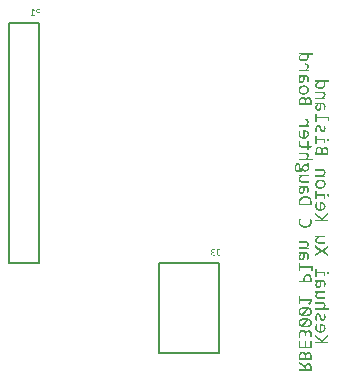
<source format=gbo>
G04 Layer_Color=32896*
%FSLAX25Y25*%
%MOIN*%
G70*
G01*
G75*
%ADD25C,0.00787*%
G36*
X433908Y307230D02*
X434085Y307214D01*
X434254Y307191D01*
X434408Y307161D01*
X434553Y307122D01*
X434684Y307076D01*
X434799Y307038D01*
X434899Y306992D01*
X434991Y306938D01*
X435076Y306900D01*
X435137Y306854D01*
X435191Y306815D01*
X435237Y306784D01*
X435268Y306761D01*
X435283Y306746D01*
X435291Y306738D01*
X435383Y306639D01*
X435460Y306531D01*
X435537Y306416D01*
X435590Y306300D01*
X435644Y306170D01*
X435682Y306047D01*
X435752Y305809D01*
X435767Y305694D01*
X435782Y305586D01*
X435798Y305486D01*
X435805Y305410D01*
X435813Y305341D01*
Y305287D01*
Y305256D01*
Y305241D01*
Y304142D01*
X431528D01*
Y305056D01*
Y305202D01*
X431543Y305341D01*
X431551Y305463D01*
X431566Y305571D01*
X431581Y305663D01*
X431589Y305732D01*
X431604Y305771D01*
Y305786D01*
X431635Y305901D01*
X431673Y306009D01*
X431704Y306108D01*
X431743Y306185D01*
X431773Y306254D01*
X431796Y306308D01*
X431812Y306339D01*
X431819Y306347D01*
X431873Y306439D01*
X431935Y306516D01*
X431988Y306585D01*
X432042Y306646D01*
X432088Y306692D01*
X432127Y306731D01*
X432150Y306754D01*
X432157Y306761D01*
X432311Y306876D01*
X432380Y306923D01*
X432449Y306961D01*
X432511Y306992D01*
X432557Y307015D01*
X432587Y307022D01*
X432595Y307030D01*
X432780Y307099D01*
X432872Y307130D01*
X432956Y307145D01*
X433025Y307161D01*
X433079Y307176D01*
X433110Y307184D01*
X433125D01*
X433340Y307214D01*
X433440Y307222D01*
X433524Y307230D01*
X433601Y307238D01*
X433716D01*
X433908Y307230D01*
D02*
G37*
G36*
X437561Y307871D02*
X440380D01*
Y306320D01*
X439903D01*
Y307295D01*
X437561D01*
Y306212D01*
X437085D01*
Y308854D01*
X437561D01*
Y307871D01*
D02*
G37*
G36*
X441378Y307940D02*
X441432Y307932D01*
X441463Y307917D01*
X441478Y307909D01*
X441539Y307879D01*
X441585Y307856D01*
X441616Y307825D01*
X441624Y307817D01*
X441670Y307771D01*
X441701Y307725D01*
X441716Y307687D01*
X441724Y307679D01*
Y307671D01*
X441747Y307610D01*
X441754Y307548D01*
X441762Y307510D01*
Y307502D01*
Y307495D01*
X441754Y307426D01*
X441747Y307372D01*
X441731Y307333D01*
X441724Y307326D01*
Y307318D01*
X441693Y307257D01*
X441662Y307211D01*
X441639Y307180D01*
X441624Y307172D01*
X441578Y307134D01*
X441532Y307103D01*
X441493Y307088D01*
X441486Y307080D01*
X441478D01*
X441416Y307065D01*
X441363Y307057D01*
X441324Y307049D01*
X441309D01*
X441240Y307057D01*
X441186Y307065D01*
X441148Y307072D01*
X441140Y307080D01*
X441132D01*
X441079Y307111D01*
X441032Y307141D01*
X441002Y307165D01*
X440986Y307172D01*
X440948Y307218D01*
X440917Y307272D01*
X440902Y307303D01*
X440894Y307318D01*
X440879Y307380D01*
X440871Y307441D01*
X440863Y307479D01*
Y307487D01*
Y307495D01*
X440871Y307564D01*
X440879Y307618D01*
X440886Y307656D01*
X440894Y307671D01*
X440925Y307733D01*
X440956Y307779D01*
X440979Y307810D01*
X440986Y307817D01*
X441040Y307856D01*
X441086Y307887D01*
X441117Y307902D01*
X441132Y307909D01*
X441194Y307932D01*
X441255Y307940D01*
X441293Y307948D01*
X441309D01*
X441378Y307940D01*
D02*
G37*
G36*
X433870Y266549D02*
X434062Y266541D01*
X434231Y266518D01*
X434377Y266503D01*
X434492Y266480D01*
X434538Y266472D01*
X434577Y266457D01*
X434615Y266449D01*
X434638D01*
X434646Y266441D01*
X434653D01*
X434799Y266395D01*
X434937Y266349D01*
X435053Y266295D01*
X435153Y266249D01*
X435229Y266203D01*
X435291Y266165D01*
X435322Y266142D01*
X435337Y266134D01*
X435437Y266057D01*
X435521Y265973D01*
X435590Y265896D01*
X435644Y265819D01*
X435690Y265750D01*
X435721Y265696D01*
X435736Y265666D01*
X435744Y265650D01*
X435790Y265543D01*
X435821Y265435D01*
X435844Y265335D01*
X435859Y265236D01*
X435867Y265151D01*
X435875Y265090D01*
Y265044D01*
Y265036D01*
Y265028D01*
X435867Y264882D01*
X435851Y264752D01*
X435821Y264629D01*
X435798Y264529D01*
X435767Y264444D01*
X435736Y264383D01*
X435721Y264345D01*
X435713Y264329D01*
X435644Y264222D01*
X435575Y264122D01*
X435498Y264037D01*
X435429Y263968D01*
X435360Y263907D01*
X435306Y263868D01*
X435276Y263838D01*
X435260Y263830D01*
X435145Y263761D01*
X435030Y263707D01*
X434914Y263653D01*
X434799Y263615D01*
X434707Y263577D01*
X434630Y263554D01*
X434600Y263546D01*
X434577D01*
X434569Y263538D01*
X434561D01*
X434408Y263508D01*
X434246Y263485D01*
X434100Y263461D01*
X433962Y263454D01*
X433839Y263446D01*
X433785Y263439D01*
X433663D01*
X433455Y263446D01*
X433271Y263454D01*
X433102Y263469D01*
X432956Y263492D01*
X432833Y263515D01*
X432787Y263523D01*
X432749Y263531D01*
X432718Y263538D01*
X432695D01*
X432680Y263546D01*
X432672D01*
X432526Y263592D01*
X432388Y263638D01*
X432273Y263692D01*
X432173Y263738D01*
X432096Y263784D01*
X432034Y263822D01*
X432004Y263845D01*
X431988Y263853D01*
X431896Y263930D01*
X431812Y264014D01*
X431743Y264091D01*
X431689Y264168D01*
X431643Y264229D01*
X431612Y264283D01*
X431597Y264314D01*
X431589Y264329D01*
X431551Y264437D01*
X431520Y264544D01*
X431497Y264652D01*
X431482Y264752D01*
X431474Y264836D01*
X431466Y264898D01*
Y264944D01*
Y264959D01*
X431474Y265105D01*
X431489Y265236D01*
X431512Y265358D01*
X431543Y265458D01*
X431574Y265543D01*
X431597Y265604D01*
X431612Y265643D01*
X431620Y265658D01*
X431689Y265766D01*
X431758Y265865D01*
X431835Y265950D01*
X431904Y266019D01*
X431973Y266080D01*
X432027Y266119D01*
X432058Y266149D01*
X432073Y266157D01*
X432188Y266226D01*
X432303Y266288D01*
X432418Y266341D01*
X432526Y266380D01*
X432626Y266418D01*
X432695Y266441D01*
X432726Y266449D01*
X432749D01*
X432756Y266457D01*
X432764D01*
X432918Y266487D01*
X433079Y266518D01*
X433225Y266533D01*
X433363Y266541D01*
X433486Y266549D01*
X433540Y266557D01*
X433663D01*
X433870Y266549D01*
D02*
G37*
G36*
X435729Y299481D02*
X435752Y299396D01*
X435775Y299319D01*
X435790Y299250D01*
X435805Y299204D01*
X435813Y299173D01*
Y299158D01*
X435844Y298966D01*
X435851Y298874D01*
X435859Y298790D01*
X435867Y298713D01*
Y298659D01*
Y298621D01*
Y298605D01*
X435859Y298444D01*
X435844Y298298D01*
X435813Y298160D01*
X435790Y298044D01*
X435759Y297952D01*
X435729Y297876D01*
X435713Y297830D01*
X435706Y297822D01*
Y297814D01*
X435636Y297684D01*
X435567Y297568D01*
X435491Y297468D01*
X435421Y297376D01*
X435352Y297307D01*
X435298Y297253D01*
X435268Y297223D01*
X435252Y297207D01*
X435137Y297123D01*
X435022Y297046D01*
X434907Y296977D01*
X434792Y296923D01*
X434692Y296877D01*
X434615Y296847D01*
X434584Y296839D01*
X434561Y296831D01*
X434553Y296823D01*
X434546D01*
X434385Y296777D01*
X434223Y296747D01*
X434070Y296724D01*
X433924Y296708D01*
X433801Y296701D01*
X433747D01*
X433701Y296693D01*
X433617D01*
X433425Y296701D01*
X433240Y296716D01*
X433071Y296739D01*
X432918Y296770D01*
X432772Y296808D01*
X432641Y296847D01*
X432526Y296892D01*
X432418Y296939D01*
X432319Y296977D01*
X432242Y297023D01*
X432173Y297061D01*
X432111Y297100D01*
X432065Y297131D01*
X432034Y297154D01*
X432019Y297169D01*
X432012Y297177D01*
X431919Y297269D01*
X431835Y297376D01*
X431766Y297484D01*
X431704Y297599D01*
X431650Y297714D01*
X431604Y297830D01*
X431566Y297945D01*
X431543Y298060D01*
X431520Y298160D01*
X431505Y298260D01*
X431489Y298352D01*
X431482Y298421D01*
X431474Y298490D01*
Y298536D01*
Y298567D01*
Y298574D01*
X431482Y298782D01*
X431505Y298981D01*
X431543Y299166D01*
X431581Y299327D01*
X431604Y299396D01*
X431620Y299465D01*
X431643Y299519D01*
X431658Y299565D01*
X431666Y299604D01*
X431681Y299634D01*
X431689Y299650D01*
Y299657D01*
X432242D01*
X432165Y299481D01*
X432127Y299396D01*
X432104Y299319D01*
X432081Y299258D01*
X432073Y299212D01*
X432058Y299181D01*
Y299166D01*
X432019Y298974D01*
X432012Y298889D01*
X432004Y298813D01*
X431996Y298743D01*
Y298690D01*
Y298659D01*
Y298644D01*
X432004Y298528D01*
X432012Y298413D01*
X432065Y298214D01*
X432127Y298044D01*
X432211Y297906D01*
X432249Y297845D01*
X432288Y297791D01*
X432319Y297753D01*
X432349Y297714D01*
X432380Y297691D01*
X432403Y297668D01*
X432411Y297660D01*
X432418Y297653D01*
X432503Y297591D01*
X432595Y297545D01*
X432795Y297461D01*
X433002Y297399D01*
X433202Y297361D01*
X433294Y297346D01*
X433386Y297330D01*
X433463Y297323D01*
X433532D01*
X433594Y297315D01*
X433670D01*
X433816Y297323D01*
X433947Y297330D01*
X434070Y297346D01*
X434177Y297361D01*
X434262Y297376D01*
X434323Y297384D01*
X434362Y297399D01*
X434377D01*
X434484Y297438D01*
X434592Y297476D01*
X434676Y297522D01*
X434753Y297568D01*
X434815Y297599D01*
X434861Y297630D01*
X434892Y297653D01*
X434899Y297660D01*
X434976Y297730D01*
X435045Y297799D01*
X435099Y297876D01*
X435145Y297937D01*
X435183Y297998D01*
X435206Y298044D01*
X435222Y298075D01*
X435229Y298083D01*
X435268Y298175D01*
X435298Y298275D01*
X435314Y298367D01*
X435329Y298452D01*
X435337Y298521D01*
X435345Y298574D01*
Y298613D01*
Y298628D01*
Y298736D01*
X435337Y298836D01*
X435322Y298928D01*
X435314Y299005D01*
X435298Y299074D01*
X435283Y299120D01*
X435276Y299158D01*
Y299166D01*
X435214Y299350D01*
X435183Y299435D01*
X435153Y299504D01*
X435129Y299565D01*
X435107Y299619D01*
X435091Y299650D01*
X435083Y299657D01*
X435660D01*
X435729Y299481D01*
D02*
G37*
G36*
X439327Y299930D02*
X441370Y301620D01*
Y300928D01*
X439373Y299362D01*
X441370D01*
Y298778D01*
X437085D01*
Y299362D01*
X439182D01*
X437085Y300967D01*
Y301696D01*
X439327Y299930D01*
D02*
G37*
G36*
X439036Y305252D02*
X439151Y305244D01*
X439266Y305229D01*
X439358Y305214D01*
X439435Y305191D01*
X439496Y305175D01*
X439527Y305168D01*
X439542Y305160D01*
X439642Y305122D01*
X439735Y305076D01*
X439819Y305030D01*
X439888Y304991D01*
X439942Y304945D01*
X439988Y304914D01*
X440011Y304891D01*
X440019Y304884D01*
X440088Y304814D01*
X440149Y304738D01*
X440203Y304668D01*
X440249Y304592D01*
X440280Y304530D01*
X440303Y304484D01*
X440318Y304453D01*
X440326Y304438D01*
X440364Y304338D01*
X440395Y304231D01*
X440410Y304131D01*
X440426Y304039D01*
X440433Y303954D01*
X440441Y303893D01*
Y303847D01*
Y303839D01*
Y303831D01*
X440433Y303701D01*
X440418Y303586D01*
X440395Y303478D01*
X440372Y303378D01*
X440349Y303302D01*
X440326Y303248D01*
X440310Y303209D01*
X440303Y303194D01*
X440249Y303094D01*
X440188Y303002D01*
X440126Y302925D01*
X440065Y302856D01*
X440011Y302802D01*
X439965Y302764D01*
X439934Y302733D01*
X439926Y302726D01*
X439834Y302664D01*
X439742Y302603D01*
X439650Y302556D01*
X439566Y302518D01*
X439489Y302480D01*
X439435Y302457D01*
X439397Y302449D01*
X439381Y302441D01*
X439266Y302411D01*
X439151Y302388D01*
X439036Y302364D01*
X438936Y302357D01*
X438851Y302349D01*
X438782Y302342D01*
X438721D01*
X438575Y302349D01*
X438437Y302357D01*
X438314Y302372D01*
X438214Y302388D01*
X438122Y302403D01*
X438053Y302418D01*
X438014Y302434D01*
X437999D01*
X437884Y302472D01*
X437784Y302518D01*
X437692Y302564D01*
X437615Y302610D01*
X437546Y302649D01*
X437500Y302687D01*
X437469Y302710D01*
X437461Y302718D01*
X437384Y302795D01*
X437323Y302879D01*
X437261Y302964D01*
X437215Y303040D01*
X437177Y303110D01*
X437154Y303171D01*
X437139Y303202D01*
X437131Y303217D01*
X437093Y303340D01*
X437070Y303463D01*
X437046Y303586D01*
X437039Y303701D01*
X437031Y303801D01*
X437023Y303877D01*
Y303908D01*
Y303931D01*
Y303939D01*
Y303947D01*
Y304062D01*
X437031Y304177D01*
X437039Y304277D01*
X437046Y304369D01*
Y304446D01*
X437054Y304500D01*
X437062Y304538D01*
Y304553D01*
X437077Y304661D01*
X437093Y304761D01*
X437116Y304853D01*
X437131Y304930D01*
X437146Y304991D01*
X437162Y305045D01*
X437169Y305076D01*
Y305083D01*
X437638D01*
X437615Y304999D01*
X437599Y304930D01*
X437592Y304899D01*
X437584Y304876D01*
X437576Y304860D01*
Y304853D01*
X437561Y304761D01*
X437546Y304676D01*
X437538Y304645D01*
Y304615D01*
X437530Y304599D01*
Y304592D01*
X437523Y304492D01*
X437515Y304407D01*
X437507Y304369D01*
Y304338D01*
Y304323D01*
Y304315D01*
X437500Y304215D01*
Y304123D01*
Y304085D01*
Y304054D01*
Y304039D01*
Y304031D01*
X437515Y303847D01*
X437546Y303678D01*
X437584Y303540D01*
X437638Y303424D01*
X437684Y303332D01*
X437730Y303271D01*
X437761Y303232D01*
X437768Y303217D01*
X437876Y303125D01*
X438006Y303056D01*
X438137Y303010D01*
X438260Y302979D01*
X438375Y302956D01*
X438467Y302948D01*
X438506Y302941D01*
X438552D01*
Y305244D01*
X438605Y305252D01*
X438698D01*
X438767Y305260D01*
X438905D01*
X439036Y305252D01*
D02*
G37*
G36*
X434822Y313766D02*
X432633D01*
X432564Y313704D01*
X432495Y313650D01*
X432442Y313604D01*
X432396Y313558D01*
X432357Y313527D01*
X432326Y313497D01*
X432311Y313481D01*
X432303Y313474D01*
X432219Y313389D01*
X432150Y313312D01*
X432127Y313282D01*
X432111Y313259D01*
X432096Y313251D01*
Y313243D01*
X432050Y313166D01*
X432012Y313097D01*
X431996Y313044D01*
X431988Y313036D01*
Y313028D01*
X431973Y312951D01*
X431965Y312890D01*
X431958Y312844D01*
Y312836D01*
Y312828D01*
X431965Y312729D01*
X431988Y312644D01*
X432027Y312567D01*
X432073Y312498D01*
X432134Y312444D01*
X432196Y312399D01*
X432265Y312360D01*
X432334Y312329D01*
X432472Y312291D01*
X432534Y312276D01*
X432595Y312268D01*
X432641D01*
X432680Y312260D01*
X434822D01*
Y311692D01*
X432664D01*
X432449Y311700D01*
X432265Y311730D01*
X432111Y311769D01*
X431981Y311822D01*
X431889Y311869D01*
X431812Y311907D01*
X431773Y311938D01*
X431758Y311945D01*
X431658Y312053D01*
X431589Y312176D01*
X431535Y312306D01*
X431505Y312429D01*
X431482Y312537D01*
X431474Y312629D01*
X431466Y312667D01*
Y312690D01*
Y312706D01*
Y312713D01*
X431474Y312821D01*
X431482Y312905D01*
X431489Y312944D01*
Y312967D01*
X431497Y312982D01*
Y312990D01*
X431528Y313090D01*
X431558Y313174D01*
X431566Y313212D01*
X431581Y313236D01*
X431589Y313251D01*
Y313259D01*
X431643Y313358D01*
X431704Y313435D01*
X431727Y313474D01*
X431750Y313497D01*
X431758Y313512D01*
X431766Y313520D01*
X431858Y313620D01*
X431958Y313712D01*
X431996Y313750D01*
X432027Y313781D01*
X432050Y313796D01*
X432058Y313804D01*
X431528Y313819D01*
Y314334D01*
X434822D01*
Y313766D01*
D02*
G37*
G36*
X439443Y316196D02*
X439627Y316165D01*
X439781Y316119D01*
X439911Y316073D01*
X440011Y316027D01*
X440080Y315981D01*
X440119Y315950D01*
X440134Y315943D01*
X440234Y315835D01*
X440310Y315712D01*
X440364Y315582D01*
X440403Y315459D01*
X440426Y315351D01*
X440433Y315259D01*
X440441Y315221D01*
Y315198D01*
Y315182D01*
Y315175D01*
X440433Y315067D01*
X440426Y314975D01*
X440418Y314944D01*
Y314914D01*
X440410Y314898D01*
Y314891D01*
X440380Y314798D01*
X440349Y314714D01*
X440334Y314676D01*
X440326Y314652D01*
X440310Y314637D01*
Y314630D01*
X440249Y314530D01*
X440195Y314445D01*
X440165Y314414D01*
X440149Y314384D01*
X440134Y314368D01*
X440126Y314361D01*
X440034Y314261D01*
X439942Y314176D01*
X439903Y314138D01*
X439873Y314107D01*
X439850Y314092D01*
X439842Y314084D01*
X440380Y314061D01*
Y313562D01*
X437085D01*
Y314130D01*
X439266D01*
X439335Y314184D01*
X439404Y314238D01*
X439458Y314284D01*
X439504Y314330D01*
X439542Y314361D01*
X439573Y314384D01*
X439589Y314399D01*
X439596Y314407D01*
X439681Y314499D01*
X439750Y314576D01*
X439773Y314606D01*
X439788Y314630D01*
X439804Y314637D01*
Y314645D01*
X439850Y314722D01*
X439888Y314791D01*
X439903Y314837D01*
X439911Y314844D01*
Y314852D01*
X439934Y314929D01*
X439942Y314990D01*
X439950Y315044D01*
Y315052D01*
Y315060D01*
X439942Y315159D01*
X439919Y315244D01*
X439888Y315321D01*
X439857Y315382D01*
X439819Y315428D01*
X439788Y315459D01*
X439765Y315482D01*
X439757Y315490D01*
X439681Y315536D01*
X439589Y315574D01*
X439496Y315597D01*
X439404Y315620D01*
X439320Y315628D01*
X439251Y315636D01*
X437085D01*
Y316204D01*
X439235D01*
X439443Y316196D01*
D02*
G37*
G36*
X439327Y259295D02*
X441370Y260985D01*
Y260294D01*
X439373Y258727D01*
X441370D01*
Y258143D01*
X437085D01*
Y258727D01*
X439182D01*
X437085Y260332D01*
Y261062D01*
X439327Y259295D01*
D02*
G37*
G36*
X432971Y262663D02*
X433033Y262655D01*
X433087Y262640D01*
X433133Y262624D01*
X433163Y262609D01*
X433186Y262601D01*
X433194Y262594D01*
X433309Y262532D01*
X433363Y262494D01*
X433401Y262463D01*
X433440Y262432D01*
X433463Y262409D01*
X433478Y262394D01*
X433486Y262386D01*
X433570Y262286D01*
X433632Y262187D01*
X433655Y262148D01*
X433670Y262118D01*
X433686Y262094D01*
Y262087D01*
X433732Y261972D01*
X433770Y261864D01*
X433778Y261826D01*
X433785Y261795D01*
X433793Y261772D01*
Y261764D01*
X433855Y261879D01*
X433916Y261979D01*
X433985Y262071D01*
X434047Y262140D01*
X434100Y262202D01*
X434146Y262240D01*
X434177Y262271D01*
X434185Y262279D01*
X434285Y262340D01*
X434392Y262386D01*
X434492Y262425D01*
X434592Y262448D01*
X434676Y262463D01*
X434746Y262471D01*
X434899D01*
X434976Y262455D01*
X435053Y262440D01*
X435122Y262425D01*
X435168Y262409D01*
X435214Y262394D01*
X435237Y262386D01*
X435245Y262379D01*
X435314Y262340D01*
X435383Y262302D01*
X435437Y262256D01*
X435491Y262210D01*
X435529Y262171D01*
X435560Y262140D01*
X435575Y262118D01*
X435583Y262110D01*
X435629Y262041D01*
X435675Y261972D01*
X435713Y261902D01*
X435744Y261833D01*
X435767Y261772D01*
X435782Y261726D01*
X435798Y261695D01*
Y261680D01*
X435821Y261580D01*
X435844Y261480D01*
X435859Y261380D01*
X435867Y261288D01*
X435875Y261204D01*
Y261142D01*
Y261096D01*
Y261088D01*
Y261081D01*
Y260996D01*
X435867Y260919D01*
Y260889D01*
X435859Y260866D01*
Y260850D01*
Y260843D01*
X435844Y260751D01*
X435836Y260674D01*
X435828Y260635D01*
Y260612D01*
X435821Y260597D01*
Y260589D01*
X435805Y260497D01*
X435790Y260420D01*
X435782Y260382D01*
Y260359D01*
X435775Y260343D01*
Y260336D01*
X435752Y260251D01*
X435729Y260174D01*
X435721Y260144D01*
X435713Y260121D01*
X435706Y260113D01*
Y260105D01*
X435206D01*
X435260Y260290D01*
X435283Y260374D01*
X435298Y260451D01*
X435314Y260512D01*
X435322Y260558D01*
X435329Y260589D01*
Y260597D01*
X435360Y260766D01*
X435368Y260843D01*
Y260904D01*
X435375Y260965D01*
Y261004D01*
Y261035D01*
Y261042D01*
X435368Y261188D01*
X435352Y261311D01*
X435322Y261419D01*
X435298Y261503D01*
X435268Y261572D01*
X435237Y261618D01*
X435222Y261649D01*
X435214Y261657D01*
X435145Y261726D01*
X435068Y261780D01*
X434991Y261818D01*
X434907Y261849D01*
X434830Y261864D01*
X434769Y261872D01*
X434715D01*
X434592Y261864D01*
X434538Y261856D01*
X434484Y261841D01*
X434446Y261833D01*
X434415Y261818D01*
X434400Y261810D01*
X434392D01*
X434300Y261756D01*
X434223Y261703D01*
X434177Y261657D01*
X434169Y261641D01*
X434162Y261634D01*
X434100Y261542D01*
X434054Y261449D01*
X434039Y261411D01*
X434024Y261388D01*
X434016Y261365D01*
Y261357D01*
X433993Y261234D01*
X433978Y261127D01*
X433970Y261073D01*
Y261035D01*
Y261012D01*
Y261004D01*
Y260512D01*
X433501D01*
Y260996D01*
X433494Y261165D01*
X433486Y261242D01*
X433478Y261303D01*
X433471Y261357D01*
X433463Y261396D01*
X433455Y261426D01*
Y261434D01*
X433417Y261572D01*
X433394Y261626D01*
X433371Y261680D01*
X433348Y261718D01*
X433332Y261749D01*
X433325Y261764D01*
X433317Y261772D01*
X433248Y261872D01*
X433179Y261941D01*
X433148Y261964D01*
X433125Y261979D01*
X433110Y261995D01*
X433102D01*
X433048Y262025D01*
X433002Y262041D01*
X432902Y262071D01*
X432856D01*
X432826Y262079D01*
X432795D01*
X432657Y262071D01*
X432603Y262056D01*
X432549Y262048D01*
X432511Y262033D01*
X432480Y262018D01*
X432457Y262010D01*
X432449D01*
X432342Y261948D01*
X432257Y261879D01*
X432227Y261849D01*
X432203Y261818D01*
X432188Y261803D01*
X432180Y261795D01*
X432142Y261741D01*
X432111Y261680D01*
X432058Y261557D01*
X432042Y261503D01*
X432027Y261465D01*
X432019Y261434D01*
Y261426D01*
X432004Y261334D01*
X431988Y261242D01*
X431981Y261150D01*
X431973Y261065D01*
X431965Y260996D01*
Y260935D01*
Y260896D01*
Y260881D01*
Y260704D01*
X431973Y260628D01*
Y260558D01*
Y260497D01*
X431981Y260451D01*
Y260420D01*
Y260413D01*
X432004Y260251D01*
X432012Y260182D01*
X432019Y260121D01*
X432027Y260067D01*
X432034Y260029D01*
X432042Y259998D01*
Y259990D01*
X431528D01*
X431512Y260121D01*
X431505Y260190D01*
X431497Y260244D01*
Y260297D01*
X431489Y260336D01*
Y260359D01*
Y260366D01*
X431474Y260528D01*
Y260605D01*
X431466Y260674D01*
Y260735D01*
Y260781D01*
Y260820D01*
Y260827D01*
X431474Y260996D01*
X431482Y261150D01*
X431497Y261288D01*
X431520Y261403D01*
X431535Y261503D01*
X431551Y261572D01*
X431558Y261618D01*
X431566Y261634D01*
X431612Y261764D01*
X431658Y261872D01*
X431704Y261972D01*
X431750Y262056D01*
X431796Y262125D01*
X431827Y262179D01*
X431850Y262210D01*
X431858Y262217D01*
X431935Y262302D01*
X432004Y262371D01*
X432081Y262425D01*
X432150Y262478D01*
X432211Y262517D01*
X432257Y262540D01*
X432288Y262555D01*
X432296Y262563D01*
X432388Y262601D01*
X432480Y262632D01*
X432572Y262647D01*
X432657Y262663D01*
X432726Y262670D01*
X432780Y262678D01*
X432902D01*
X432971Y262663D01*
D02*
G37*
G36*
X433985Y310617D02*
X434062Y310601D01*
X434139Y310586D01*
X434193Y310571D01*
X434231Y310555D01*
X434262Y310548D01*
X434269Y310540D01*
X434346Y310502D01*
X434408Y310463D01*
X434469Y310417D01*
X434515Y310379D01*
X434553Y310340D01*
X434584Y310310D01*
X434600Y310286D01*
X434607Y310279D01*
X434699Y310148D01*
X434761Y310018D01*
X434784Y309964D01*
X434799Y309918D01*
X434815Y309887D01*
Y309879D01*
X434853Y309695D01*
X434868Y309603D01*
X434876Y309518D01*
X434884Y309449D01*
Y309396D01*
Y309357D01*
Y309342D01*
Y309227D01*
X434876Y309119D01*
X434868Y309081D01*
Y309050D01*
X434861Y309027D01*
Y309019D01*
X434845Y308904D01*
X434830Y308804D01*
X434822Y308758D01*
Y308727D01*
X434815Y308712D01*
Y308704D01*
X434792Y308597D01*
X434769Y308512D01*
X434761Y308474D01*
X434753Y308451D01*
X434746Y308436D01*
Y308428D01*
X434723Y308336D01*
X434699Y308259D01*
X434692Y308228D01*
X434684Y308205D01*
X434676Y308197D01*
Y308190D01*
X434162D01*
X434231Y308397D01*
X434262Y308489D01*
X434285Y308574D01*
X434308Y308643D01*
X434323Y308697D01*
X434331Y308727D01*
Y308743D01*
X434369Y308943D01*
X434385Y309042D01*
X434392Y309127D01*
X434400Y309196D01*
Y309250D01*
Y309280D01*
Y309296D01*
X434392Y309434D01*
X434369Y309549D01*
X434346Y309641D01*
X434315Y309726D01*
X434277Y309787D01*
X434254Y309833D01*
X434231Y309856D01*
X434223Y309864D01*
X434154Y309926D01*
X434077Y309972D01*
X433993Y310010D01*
X433916Y310033D01*
X433855Y310048D01*
X433793Y310056D01*
X433463D01*
Y309372D01*
Y309242D01*
X433448Y309119D01*
X433440Y309004D01*
X433417Y308896D01*
X433394Y308797D01*
X433371Y308712D01*
X433348Y308628D01*
X433325Y308558D01*
X433294Y308489D01*
X433271Y308436D01*
X433248Y308389D01*
X433225Y308351D01*
X433202Y308320D01*
X433194Y308297D01*
X433179Y308290D01*
Y308282D01*
X433125Y308221D01*
X433064Y308159D01*
X432941Y308067D01*
X432810Y308005D01*
X432687Y307959D01*
X432572Y307936D01*
X432488Y307921D01*
X432449Y307913D01*
X432403D01*
X432257Y307921D01*
X432196Y307929D01*
X432142Y307944D01*
X432096Y307952D01*
X432058Y307959D01*
X432034Y307967D01*
X432027D01*
X431912Y308021D01*
X431858Y308052D01*
X431812Y308090D01*
X431781Y308113D01*
X431750Y308136D01*
X431735Y308151D01*
X431727Y308159D01*
X431643Y308267D01*
X431589Y308374D01*
X431566Y308420D01*
X431551Y308459D01*
X431535Y308482D01*
Y308489D01*
X431512Y308566D01*
X431497Y308651D01*
X431482Y308727D01*
X431474Y308804D01*
Y308873D01*
X431466Y308927D01*
Y308958D01*
Y308973D01*
X431474Y309088D01*
X431482Y309196D01*
X431505Y309296D01*
X431528Y309380D01*
X431543Y309457D01*
X431566Y309511D01*
X431574Y309542D01*
X431581Y309557D01*
X431628Y309657D01*
X431689Y309756D01*
X431750Y309849D01*
X431819Y309933D01*
X431873Y310002D01*
X431919Y310056D01*
X431950Y310087D01*
X431965Y310102D01*
X431528Y310118D01*
Y310632D01*
X433893D01*
X433985Y310617D01*
D02*
G37*
G36*
X439036Y264617D02*
X439151Y264610D01*
X439266Y264594D01*
X439358Y264579D01*
X439435Y264556D01*
X439496Y264541D01*
X439527Y264533D01*
X439542Y264525D01*
X439642Y264487D01*
X439735Y264441D01*
X439819Y264395D01*
X439888Y264356D01*
X439942Y264310D01*
X439988Y264279D01*
X440011Y264256D01*
X440019Y264249D01*
X440088Y264180D01*
X440149Y264103D01*
X440203Y264034D01*
X440249Y263957D01*
X440280Y263895D01*
X440303Y263849D01*
X440318Y263819D01*
X440326Y263803D01*
X440364Y263703D01*
X440395Y263596D01*
X440410Y263496D01*
X440426Y263404D01*
X440433Y263319D01*
X440441Y263258D01*
Y263212D01*
Y263204D01*
Y263196D01*
X440433Y263066D01*
X440418Y262951D01*
X440395Y262843D01*
X440372Y262743D01*
X440349Y262667D01*
X440326Y262613D01*
X440310Y262574D01*
X440303Y262559D01*
X440249Y262459D01*
X440188Y262367D01*
X440126Y262290D01*
X440065Y262221D01*
X440011Y262167D01*
X439965Y262129D01*
X439934Y262098D01*
X439926Y262091D01*
X439834Y262029D01*
X439742Y261968D01*
X439650Y261922D01*
X439566Y261883D01*
X439489Y261845D01*
X439435Y261822D01*
X439397Y261814D01*
X439381Y261806D01*
X439266Y261776D01*
X439151Y261753D01*
X439036Y261730D01*
X438936Y261722D01*
X438851Y261714D01*
X438782Y261707D01*
X438721D01*
X438575Y261714D01*
X438437Y261722D01*
X438314Y261737D01*
X438214Y261753D01*
X438122Y261768D01*
X438053Y261783D01*
X438014Y261799D01*
X437999D01*
X437884Y261837D01*
X437784Y261883D01*
X437692Y261929D01*
X437615Y261975D01*
X437546Y262014D01*
X437500Y262052D01*
X437469Y262075D01*
X437461Y262083D01*
X437384Y262160D01*
X437323Y262244D01*
X437261Y262329D01*
X437215Y262405D01*
X437177Y262475D01*
X437154Y262536D01*
X437139Y262567D01*
X437131Y262582D01*
X437093Y262705D01*
X437070Y262828D01*
X437046Y262951D01*
X437039Y263066D01*
X437031Y263166D01*
X437023Y263243D01*
Y263273D01*
Y263296D01*
Y263304D01*
Y263312D01*
Y263427D01*
X437031Y263542D01*
X437039Y263642D01*
X437046Y263734D01*
Y263811D01*
X437054Y263865D01*
X437062Y263903D01*
Y263918D01*
X437077Y264026D01*
X437093Y264126D01*
X437116Y264218D01*
X437131Y264295D01*
X437146Y264356D01*
X437162Y264410D01*
X437169Y264441D01*
Y264448D01*
X437638D01*
X437615Y264364D01*
X437599Y264295D01*
X437592Y264264D01*
X437584Y264241D01*
X437576Y264226D01*
Y264218D01*
X437561Y264126D01*
X437546Y264041D01*
X437538Y264011D01*
Y263980D01*
X437530Y263965D01*
Y263957D01*
X437523Y263857D01*
X437515Y263773D01*
X437507Y263734D01*
Y263703D01*
Y263688D01*
Y263680D01*
X437500Y263580D01*
Y263488D01*
Y263450D01*
Y263419D01*
Y263404D01*
Y263396D01*
X437515Y263212D01*
X437546Y263043D01*
X437584Y262905D01*
X437638Y262790D01*
X437684Y262697D01*
X437730Y262636D01*
X437761Y262597D01*
X437768Y262582D01*
X437876Y262490D01*
X438006Y262421D01*
X438137Y262375D01*
X438260Y262344D01*
X438375Y262321D01*
X438467Y262313D01*
X438506Y262306D01*
X438552D01*
Y264610D01*
X438605Y264617D01*
X438698D01*
X438767Y264625D01*
X438905D01*
X439036Y264617D01*
D02*
G37*
G36*
X438897Y312725D02*
X439036Y312717D01*
X439158Y312702D01*
X439266Y312679D01*
X439351Y312656D01*
X439420Y312640D01*
X439458Y312633D01*
X439473Y312625D01*
X439589Y312587D01*
X439696Y312533D01*
X439781Y312487D01*
X439857Y312441D01*
X439919Y312395D01*
X439965Y312356D01*
X439996Y312333D01*
X440003Y312326D01*
X440080Y312249D01*
X440141Y312172D01*
X440203Y312087D01*
X440249Y312018D01*
X440280Y311949D01*
X440303Y311895D01*
X440318Y311865D01*
X440326Y311849D01*
X440364Y311742D01*
X440395Y311634D01*
X440410Y311527D01*
X440426Y311435D01*
X440433Y311343D01*
X440441Y311281D01*
Y311235D01*
Y311227D01*
Y311220D01*
X440433Y311089D01*
X440418Y310958D01*
X440403Y310851D01*
X440380Y310751D01*
X440349Y310674D01*
X440334Y310613D01*
X440318Y310574D01*
X440310Y310559D01*
X440257Y310452D01*
X440203Y310359D01*
X440141Y310275D01*
X440088Y310198D01*
X440034Y310144D01*
X439996Y310098D01*
X439965Y310068D01*
X439957Y310060D01*
X439865Y309991D01*
X439773Y309929D01*
X439681Y309876D01*
X439596Y309829D01*
X439527Y309799D01*
X439466Y309776D01*
X439427Y309760D01*
X439412Y309753D01*
X439289Y309714D01*
X439166Y309691D01*
X439051Y309668D01*
X438943Y309661D01*
X438844Y309653D01*
X438774Y309645D01*
X438705D01*
X438559Y309653D01*
X438421Y309661D01*
X438298Y309676D01*
X438191Y309699D01*
X438106Y309714D01*
X438037Y309730D01*
X437999Y309737D01*
X437983Y309745D01*
X437868Y309783D01*
X437768Y309829D01*
X437676Y309883D01*
X437599Y309929D01*
X437538Y309968D01*
X437492Y310006D01*
X437461Y310029D01*
X437454Y310037D01*
X437377Y310114D01*
X437315Y310198D01*
X437254Y310275D01*
X437215Y310352D01*
X437177Y310413D01*
X437154Y310467D01*
X437139Y310498D01*
X437131Y310513D01*
X437093Y310620D01*
X437070Y310736D01*
X437046Y310843D01*
X437039Y310935D01*
X437031Y311028D01*
X437023Y311089D01*
Y311135D01*
Y311151D01*
X437031Y311289D01*
X437046Y311412D01*
X437062Y311519D01*
X437085Y311619D01*
X437108Y311696D01*
X437131Y311757D01*
X437139Y311796D01*
X437146Y311811D01*
X437200Y311918D01*
X437254Y312011D01*
X437315Y312095D01*
X437369Y312164D01*
X437423Y312226D01*
X437461Y312264D01*
X437492Y312295D01*
X437500Y312302D01*
X437592Y312379D01*
X437684Y312441D01*
X437776Y312494D01*
X437860Y312541D01*
X437930Y312571D01*
X437991Y312594D01*
X438029Y312610D01*
X438045Y312617D01*
X438168Y312656D01*
X438291Y312686D01*
X438413Y312702D01*
X438521Y312717D01*
X438613Y312725D01*
X438690Y312733D01*
X438751D01*
X438897Y312725D01*
D02*
G37*
G36*
X439542Y279240D02*
X439619Y279225D01*
X439696Y279209D01*
X439750Y279194D01*
X439788Y279179D01*
X439819Y279171D01*
X439827Y279163D01*
X439903Y279125D01*
X439965Y279086D01*
X440026Y279040D01*
X440072Y279002D01*
X440111Y278964D01*
X440141Y278933D01*
X440157Y278910D01*
X440165Y278902D01*
X440257Y278772D01*
X440318Y278641D01*
X440341Y278587D01*
X440356Y278541D01*
X440372Y278510D01*
Y278503D01*
X440410Y278318D01*
X440426Y278226D01*
X440433Y278142D01*
X440441Y278073D01*
Y278019D01*
Y277980D01*
Y277965D01*
Y277850D01*
X440433Y277743D01*
X440426Y277704D01*
Y277673D01*
X440418Y277650D01*
Y277643D01*
X440403Y277527D01*
X440387Y277428D01*
X440380Y277381D01*
Y277351D01*
X440372Y277335D01*
Y277328D01*
X440349Y277220D01*
X440326Y277136D01*
X440318Y277097D01*
X440310Y277074D01*
X440303Y277059D01*
Y277051D01*
X440280Y276959D01*
X440257Y276882D01*
X440249Y276852D01*
X440241Y276829D01*
X440234Y276821D01*
Y276813D01*
X439719D01*
X439788Y277021D01*
X439819Y277113D01*
X439842Y277197D01*
X439865Y277266D01*
X439880Y277320D01*
X439888Y277351D01*
Y277366D01*
X439926Y277566D01*
X439942Y277666D01*
X439950Y277750D01*
X439957Y277819D01*
Y277873D01*
Y277904D01*
Y277919D01*
X439950Y278057D01*
X439926Y278172D01*
X439903Y278265D01*
X439873Y278349D01*
X439834Y278411D01*
X439811Y278457D01*
X439788Y278480D01*
X439781Y278487D01*
X439711Y278549D01*
X439635Y278595D01*
X439550Y278633D01*
X439473Y278656D01*
X439412Y278672D01*
X439351Y278679D01*
X439020D01*
Y277996D01*
Y277865D01*
X439005Y277743D01*
X438997Y277627D01*
X438974Y277520D01*
X438951Y277420D01*
X438928Y277335D01*
X438905Y277251D01*
X438882Y277182D01*
X438851Y277113D01*
X438828Y277059D01*
X438805Y277013D01*
X438782Y276974D01*
X438759Y276944D01*
X438751Y276921D01*
X438736Y276913D01*
Y276905D01*
X438682Y276844D01*
X438621Y276782D01*
X438498Y276690D01*
X438367Y276629D01*
X438244Y276583D01*
X438129Y276560D01*
X438045Y276544D01*
X438006Y276537D01*
X437960D01*
X437815Y276544D01*
X437753Y276552D01*
X437699Y276567D01*
X437653Y276575D01*
X437615Y276583D01*
X437592Y276590D01*
X437584D01*
X437469Y276644D01*
X437415Y276675D01*
X437369Y276713D01*
X437338Y276736D01*
X437308Y276759D01*
X437292Y276775D01*
X437285Y276782D01*
X437200Y276890D01*
X437146Y276997D01*
X437123Y277044D01*
X437108Y277082D01*
X437093Y277105D01*
Y277113D01*
X437070Y277189D01*
X437054Y277274D01*
X437039Y277351D01*
X437031Y277428D01*
Y277497D01*
X437023Y277551D01*
Y277581D01*
Y277596D01*
X437031Y277712D01*
X437039Y277819D01*
X437062Y277919D01*
X437085Y278004D01*
X437100Y278080D01*
X437123Y278134D01*
X437131Y278165D01*
X437139Y278180D01*
X437185Y278280D01*
X437246Y278380D01*
X437308Y278472D01*
X437377Y278556D01*
X437430Y278626D01*
X437477Y278679D01*
X437507Y278710D01*
X437523Y278726D01*
X437085Y278741D01*
Y279255D01*
X439450D01*
X439542Y279240D01*
D02*
G37*
G36*
X438106Y268143D02*
X438160Y268135D01*
X438214Y268119D01*
X438252Y268112D01*
X438283Y268096D01*
X438298Y268089D01*
X438306D01*
X438406Y268035D01*
X438490Y267981D01*
X438521Y267951D01*
X438544Y267935D01*
X438559Y267920D01*
X438567Y267912D01*
X438652Y267812D01*
X438713Y267705D01*
X438736Y267659D01*
X438759Y267620D01*
X438767Y267597D01*
X438774Y267589D01*
X438813Y267513D01*
X438844Y267428D01*
X438874Y267344D01*
X438905Y267267D01*
X438928Y267198D01*
X438943Y267144D01*
X438951Y267113D01*
X438959Y267098D01*
X438989Y267006D01*
X439013Y266914D01*
X439036Y266845D01*
X439059Y266775D01*
X439074Y266729D01*
X439089Y266691D01*
X439097Y266668D01*
Y266660D01*
X439151Y266553D01*
X439189Y266468D01*
X439212Y266438D01*
X439220Y266414D01*
X439235Y266407D01*
Y266399D01*
X439289Y266338D01*
X439327Y266307D01*
X439358Y266284D01*
X439373Y266276D01*
X439435Y266261D01*
X439481Y266253D01*
X439519Y266246D01*
X439535D01*
X439604Y266253D01*
X439658Y266268D01*
X439688Y266276D01*
X439704Y266284D01*
X439757Y266322D01*
X439796Y266361D01*
X439827Y266391D01*
X439834Y266407D01*
X439873Y266484D01*
X439903Y266560D01*
X439911Y266591D01*
X439919Y266622D01*
X439926Y266637D01*
Y266645D01*
X439950Y266760D01*
X439957Y266883D01*
X439965Y266929D01*
Y266967D01*
Y266998D01*
Y267006D01*
X439957Y267144D01*
X439950Y267213D01*
Y267282D01*
X439942Y267336D01*
X439934Y267382D01*
X439926Y267413D01*
Y267421D01*
X439896Y267605D01*
X439880Y267689D01*
X439873Y267774D01*
X439857Y267835D01*
X439842Y267889D01*
X439834Y267920D01*
Y267935D01*
X440341D01*
X440380Y267751D01*
X440387Y267666D01*
X440403Y267589D01*
X440410Y267528D01*
Y267474D01*
X440418Y267444D01*
Y267436D01*
X440433Y267275D01*
Y267198D01*
X440441Y267136D01*
Y267090D01*
Y267044D01*
Y267021D01*
Y267014D01*
X440433Y266868D01*
X440426Y266745D01*
X440410Y266630D01*
X440395Y266537D01*
X440372Y266460D01*
X440356Y266399D01*
X440349Y266368D01*
X440341Y266353D01*
X440303Y266261D01*
X440264Y266176D01*
X440226Y266107D01*
X440188Y266046D01*
X440157Y266000D01*
X440126Y265969D01*
X440111Y265946D01*
X440103Y265938D01*
X440049Y265884D01*
X439996Y265839D01*
X439950Y265800D01*
X439903Y265777D01*
X439865Y265754D01*
X439834Y265739D01*
X439811Y265723D01*
X439804D01*
X439688Y265685D01*
X439596Y265669D01*
X439558Y265662D01*
X439427D01*
X439358Y265677D01*
X439297Y265685D01*
X439243Y265700D01*
X439197Y265716D01*
X439166Y265723D01*
X439143Y265739D01*
X439135D01*
X439028Y265808D01*
X438943Y265877D01*
X438913Y265908D01*
X438890Y265931D01*
X438874Y265946D01*
X438867Y265954D01*
X438790Y266061D01*
X438721Y266169D01*
X438698Y266207D01*
X438682Y266246D01*
X438675Y266268D01*
X438667Y266276D01*
X438605Y266422D01*
X438583Y266491D01*
X438559Y266553D01*
X438544Y266614D01*
X438529Y266652D01*
X438521Y266683D01*
Y266691D01*
X438490Y266798D01*
X438460Y266883D01*
X438429Y266967D01*
X438406Y267029D01*
X438390Y267083D01*
X438375Y267121D01*
X438360Y267144D01*
Y267152D01*
X438337Y267213D01*
X438306Y267267D01*
X438283Y267313D01*
X438268Y267344D01*
X438244Y267374D01*
X438237Y267390D01*
X438222Y267405D01*
X438175Y267459D01*
X438137Y267497D01*
X438106Y267513D01*
X438091Y267520D01*
X438037Y267543D01*
X437983Y267551D01*
X437945Y267559D01*
X437930D01*
X437860Y267551D01*
X437799Y267528D01*
X437745Y267497D01*
X437699Y267459D01*
X437661Y267421D01*
X437638Y267390D01*
X437622Y267367D01*
X437615Y267359D01*
X437576Y267275D01*
X437553Y267182D01*
X437530Y267083D01*
X437523Y266983D01*
X437515Y266891D01*
X437507Y266822D01*
Y266791D01*
Y266768D01*
Y266760D01*
Y266752D01*
X437515Y266545D01*
X437523Y266445D01*
X437530Y266361D01*
Y266292D01*
X437538Y266230D01*
X437546Y266199D01*
Y266184D01*
X437584Y265977D01*
X437607Y265877D01*
X437630Y265792D01*
X437645Y265723D01*
X437661Y265662D01*
X437676Y265631D01*
Y265616D01*
X437154D01*
X437108Y265815D01*
X437093Y265908D01*
X437077Y265992D01*
X437070Y266061D01*
X437062Y266115D01*
X437054Y266146D01*
Y266161D01*
X437039Y266376D01*
X437031Y266484D01*
Y266576D01*
X437023Y266652D01*
Y266722D01*
Y266760D01*
Y266775D01*
X437031Y266891D01*
X437039Y266990D01*
Y267029D01*
X437046Y267060D01*
Y267083D01*
Y267090D01*
X437070Y267206D01*
X437093Y267305D01*
X437100Y267351D01*
X437108Y267382D01*
X437116Y267397D01*
Y267405D01*
X437154Y267513D01*
X437192Y267605D01*
X437215Y267643D01*
X437223Y267666D01*
X437239Y267682D01*
Y267689D01*
X437300Y267781D01*
X437361Y267858D01*
X437384Y267889D01*
X437407Y267912D01*
X437415Y267920D01*
X437423Y267927D01*
X437507Y267997D01*
X437584Y268043D01*
X437622Y268066D01*
X437645Y268081D01*
X437661Y268089D01*
X437669D01*
X437776Y268127D01*
X437876Y268143D01*
X437914Y268150D01*
X437976D01*
X438106Y268143D01*
D02*
G37*
G36*
X434630Y281256D02*
X434746Y281241D01*
X434845Y281218D01*
X434930Y281195D01*
X434999Y281172D01*
X435053Y281149D01*
X435091Y281133D01*
X435099Y281125D01*
X435191Y281072D01*
X435268Y281018D01*
X435337Y280957D01*
X435398Y280903D01*
X435444Y280849D01*
X435475Y280811D01*
X435498Y280780D01*
X435506Y280772D01*
X435560Y280688D01*
X435613Y280603D01*
X435652Y280519D01*
X435682Y280434D01*
X435706Y280365D01*
X435721Y280311D01*
X435736Y280273D01*
Y280258D01*
X435782Y280043D01*
X435798Y279935D01*
X435805Y279843D01*
X435813Y279766D01*
Y279705D01*
Y279666D01*
Y279651D01*
Y278445D01*
X431528D01*
Y279029D01*
X433064D01*
Y279559D01*
X433071Y279720D01*
X433087Y279866D01*
X433102Y279996D01*
X433125Y280112D01*
X433148Y280204D01*
X433171Y280273D01*
X433179Y280311D01*
X433186Y280327D01*
X433233Y280442D01*
X433286Y280550D01*
X433340Y280634D01*
X433394Y280711D01*
X433440Y280772D01*
X433478Y280818D01*
X433501Y280849D01*
X433509Y280857D01*
X433586Y280933D01*
X433670Y280995D01*
X433747Y281049D01*
X433816Y281087D01*
X433878Y281118D01*
X433924Y281149D01*
X433962Y281156D01*
X433970Y281164D01*
X434070Y281195D01*
X434162Y281225D01*
X434254Y281241D01*
X434331Y281248D01*
X434400Y281256D01*
X434454Y281264D01*
X434500D01*
X434630Y281256D01*
D02*
G37*
G36*
X440380Y275001D02*
X438191D01*
X438122Y274939D01*
X438053Y274886D01*
X437999Y274839D01*
X437953Y274793D01*
X437914Y274763D01*
X437884Y274732D01*
X437868Y274716D01*
X437860Y274709D01*
X437776Y274624D01*
X437707Y274548D01*
X437684Y274517D01*
X437669Y274494D01*
X437653Y274486D01*
Y274479D01*
X437607Y274402D01*
X437569Y274332D01*
X437553Y274279D01*
X437546Y274271D01*
Y274263D01*
X437530Y274187D01*
X437523Y274125D01*
X437515Y274079D01*
Y274071D01*
Y274064D01*
X437523Y273964D01*
X437546Y273879D01*
X437584Y273803D01*
X437630Y273733D01*
X437692Y273680D01*
X437753Y273634D01*
X437822Y273595D01*
X437891Y273565D01*
X438029Y273526D01*
X438091Y273511D01*
X438152Y273503D01*
X438199D01*
X438237Y273495D01*
X440380D01*
Y272927D01*
X438222D01*
X438006Y272935D01*
X437822Y272966D01*
X437669Y273004D01*
X437538Y273058D01*
X437446Y273104D01*
X437369Y273142D01*
X437331Y273173D01*
X437315Y273181D01*
X437215Y273288D01*
X437146Y273411D01*
X437093Y273541D01*
X437062Y273664D01*
X437039Y273772D01*
X437031Y273864D01*
X437023Y273902D01*
Y273925D01*
Y273941D01*
Y273949D01*
X437031Y274056D01*
X437039Y274141D01*
X437046Y274179D01*
Y274202D01*
X437054Y274217D01*
Y274225D01*
X437085Y274325D01*
X437116Y274409D01*
X437123Y274448D01*
X437139Y274471D01*
X437146Y274486D01*
Y274494D01*
X437200Y274594D01*
X437261Y274670D01*
X437285Y274709D01*
X437308Y274732D01*
X437315Y274747D01*
X437323Y274755D01*
X437415Y274855D01*
X437515Y274947D01*
X437553Y274985D01*
X437584Y275016D01*
X437607Y275031D01*
X437615Y275039D01*
X437085Y275054D01*
Y275569D01*
X440380D01*
Y275001D01*
D02*
G37*
G36*
X433870Y270243D02*
X434062Y270235D01*
X434231Y270212D01*
X434377Y270197D01*
X434492Y270174D01*
X434538Y270166D01*
X434577Y270151D01*
X434615Y270143D01*
X434638D01*
X434646Y270135D01*
X434653D01*
X434799Y270089D01*
X434937Y270043D01*
X435053Y269989D01*
X435153Y269943D01*
X435229Y269897D01*
X435291Y269859D01*
X435322Y269836D01*
X435337Y269828D01*
X435437Y269751D01*
X435521Y269667D01*
X435590Y269590D01*
X435644Y269513D01*
X435690Y269444D01*
X435721Y269391D01*
X435736Y269360D01*
X435744Y269344D01*
X435790Y269237D01*
X435821Y269129D01*
X435844Y269029D01*
X435859Y268930D01*
X435867Y268845D01*
X435875Y268784D01*
Y268738D01*
Y268730D01*
Y268722D01*
X435867Y268576D01*
X435851Y268446D01*
X435821Y268323D01*
X435798Y268223D01*
X435767Y268139D01*
X435736Y268077D01*
X435721Y268039D01*
X435713Y268023D01*
X435644Y267916D01*
X435575Y267816D01*
X435498Y267732D01*
X435429Y267662D01*
X435360Y267601D01*
X435306Y267563D01*
X435276Y267532D01*
X435260Y267524D01*
X435145Y267455D01*
X435030Y267401D01*
X434914Y267348D01*
X434799Y267309D01*
X434707Y267271D01*
X434630Y267248D01*
X434600Y267240D01*
X434577D01*
X434569Y267232D01*
X434561D01*
X434408Y267202D01*
X434246Y267179D01*
X434100Y267156D01*
X433962Y267148D01*
X433839Y267140D01*
X433785Y267132D01*
X433663D01*
X433455Y267140D01*
X433271Y267148D01*
X433102Y267163D01*
X432956Y267186D01*
X432833Y267209D01*
X432787Y267217D01*
X432749Y267225D01*
X432718Y267232D01*
X432695D01*
X432680Y267240D01*
X432672D01*
X432526Y267286D01*
X432388Y267332D01*
X432273Y267386D01*
X432173Y267432D01*
X432096Y267478D01*
X432034Y267516D01*
X432004Y267540D01*
X431988Y267547D01*
X431896Y267624D01*
X431812Y267708D01*
X431743Y267785D01*
X431689Y267862D01*
X431643Y267924D01*
X431612Y267977D01*
X431597Y268008D01*
X431589Y268023D01*
X431551Y268131D01*
X431520Y268238D01*
X431497Y268346D01*
X431482Y268446D01*
X431474Y268530D01*
X431466Y268592D01*
Y268638D01*
Y268653D01*
X431474Y268799D01*
X431489Y268930D01*
X431512Y269053D01*
X431543Y269152D01*
X431574Y269237D01*
X431597Y269298D01*
X431612Y269337D01*
X431620Y269352D01*
X431689Y269460D01*
X431758Y269559D01*
X431835Y269644D01*
X431904Y269713D01*
X431973Y269774D01*
X432027Y269813D01*
X432058Y269844D01*
X432073Y269851D01*
X432188Y269920D01*
X432303Y269982D01*
X432418Y270036D01*
X432526Y270074D01*
X432626Y270112D01*
X432695Y270135D01*
X432726Y270143D01*
X432749D01*
X432756Y270151D01*
X432764D01*
X432918Y270181D01*
X433079Y270212D01*
X433225Y270228D01*
X433363Y270235D01*
X433486Y270243D01*
X433540Y270251D01*
X433663D01*
X433870Y270243D01*
D02*
G37*
G36*
X439443Y271867D02*
X439627Y271836D01*
X439781Y271791D01*
X439911Y271744D01*
X440011Y271691D01*
X440080Y271652D01*
X440119Y271621D01*
X440134Y271606D01*
X440234Y271499D01*
X440310Y271376D01*
X440364Y271245D01*
X440403Y271122D01*
X440426Y271015D01*
X440433Y270930D01*
X440441Y270892D01*
Y270869D01*
Y270853D01*
Y270846D01*
X440433Y270738D01*
X440426Y270646D01*
X440418Y270615D01*
Y270585D01*
X440410Y270569D01*
Y270562D01*
X440380Y270469D01*
X440349Y270385D01*
X440334Y270347D01*
X440326Y270324D01*
X440310Y270308D01*
Y270301D01*
X440249Y270208D01*
X440195Y270124D01*
X440165Y270086D01*
X440149Y270062D01*
X440134Y270047D01*
X440126Y270039D01*
X440042Y269947D01*
X439950Y269863D01*
X439911Y269824D01*
X439888Y269801D01*
X439865Y269786D01*
X439857Y269778D01*
X440380Y269801D01*
X441724D01*
Y269233D01*
X437085D01*
Y269801D01*
X439266D01*
X439335Y269863D01*
X439404Y269917D01*
X439458Y269963D01*
X439504Y270009D01*
X439542Y270047D01*
X439573Y270070D01*
X439589Y270086D01*
X439596Y270093D01*
X439681Y270185D01*
X439750Y270262D01*
X439773Y270293D01*
X439788Y270316D01*
X439804Y270324D01*
Y270331D01*
X439850Y270408D01*
X439888Y270477D01*
X439903Y270523D01*
X439911Y270531D01*
Y270539D01*
X439934Y270615D01*
X439942Y270685D01*
X439950Y270715D01*
Y270731D01*
Y270746D01*
Y270754D01*
X439942Y270846D01*
X439919Y270930D01*
X439888Y270999D01*
X439857Y271053D01*
X439819Y271099D01*
X439788Y271138D01*
X439765Y271153D01*
X439757Y271161D01*
X439681Y271207D01*
X439589Y271245D01*
X439496Y271268D01*
X439404Y271291D01*
X439320Y271299D01*
X439251Y271307D01*
X437085D01*
Y271875D01*
X439235D01*
X439443Y271867D01*
D02*
G37*
G36*
X432058Y272847D02*
X435836D01*
Y272340D01*
X435114Y270972D01*
X434630Y271180D01*
X435191Y272217D01*
X432058D01*
Y271111D01*
X431528D01*
Y273806D01*
X432058D01*
Y272847D01*
D02*
G37*
G36*
X439297Y289378D02*
X441370Y290691D01*
Y290015D01*
X439842Y289024D01*
X441370Y288049D01*
Y287358D01*
X439289Y288663D01*
X437085Y287243D01*
Y287965D01*
X438728Y289017D01*
X437085Y290054D01*
Y290798D01*
X439297Y289378D01*
D02*
G37*
G36*
X433885Y292162D02*
X434070Y292131D01*
X434223Y292085D01*
X434354Y292039D01*
X434454Y291993D01*
X434523Y291947D01*
X434561Y291916D01*
X434577Y291908D01*
X434676Y291801D01*
X434753Y291678D01*
X434807Y291547D01*
X434845Y291424D01*
X434868Y291317D01*
X434876Y291225D01*
X434884Y291186D01*
Y291163D01*
Y291148D01*
Y291140D01*
X434876Y291033D01*
X434868Y290940D01*
X434861Y290910D01*
Y290879D01*
X434853Y290864D01*
Y290856D01*
X434822Y290764D01*
X434792Y290679D01*
X434776Y290641D01*
X434769Y290618D01*
X434753Y290603D01*
Y290595D01*
X434692Y290495D01*
X434638Y290411D01*
X434607Y290380D01*
X434592Y290349D01*
X434577Y290334D01*
X434569Y290326D01*
X434477Y290226D01*
X434385Y290142D01*
X434346Y290103D01*
X434315Y290073D01*
X434292Y290057D01*
X434285Y290050D01*
X434822Y290027D01*
Y289527D01*
X431528D01*
Y290096D01*
X433709D01*
X433778Y290149D01*
X433847Y290203D01*
X433901Y290249D01*
X433947Y290295D01*
X433985Y290326D01*
X434016Y290349D01*
X434031Y290365D01*
X434039Y290372D01*
X434124Y290464D01*
X434193Y290541D01*
X434216Y290572D01*
X434231Y290595D01*
X434246Y290603D01*
Y290610D01*
X434292Y290687D01*
X434331Y290756D01*
X434346Y290802D01*
X434354Y290810D01*
Y290818D01*
X434377Y290895D01*
X434385Y290956D01*
X434392Y291010D01*
Y291017D01*
Y291025D01*
X434385Y291125D01*
X434362Y291209D01*
X434331Y291286D01*
X434300Y291348D01*
X434262Y291394D01*
X434231Y291424D01*
X434208Y291447D01*
X434200Y291455D01*
X434124Y291501D01*
X434031Y291540D01*
X433939Y291563D01*
X433847Y291586D01*
X433763Y291593D01*
X433693Y291601D01*
X431528D01*
Y292169D01*
X433678D01*
X433885Y292162D01*
D02*
G37*
G36*
X440380Y293471D02*
X438191D01*
X438122Y293410D01*
X438053Y293356D01*
X437999Y293310D01*
X437953Y293264D01*
X437914Y293233D01*
X437884Y293202D01*
X437868Y293187D01*
X437860Y293179D01*
X437776Y293095D01*
X437707Y293018D01*
X437684Y292987D01*
X437669Y292964D01*
X437653Y292956D01*
Y292949D01*
X437607Y292872D01*
X437569Y292803D01*
X437553Y292749D01*
X437546Y292741D01*
Y292734D01*
X437530Y292657D01*
X437523Y292596D01*
X437515Y292549D01*
Y292542D01*
Y292534D01*
X437523Y292434D01*
X437546Y292350D01*
X437584Y292273D01*
X437630Y292204D01*
X437692Y292150D01*
X437753Y292104D01*
X437822Y292066D01*
X437891Y292035D01*
X438029Y291997D01*
X438091Y291981D01*
X438152Y291973D01*
X438199D01*
X438237Y291966D01*
X440380D01*
Y291398D01*
X438222D01*
X438006Y291405D01*
X437822Y291436D01*
X437669Y291474D01*
X437538Y291528D01*
X437446Y291574D01*
X437369Y291613D01*
X437331Y291643D01*
X437315Y291651D01*
X437215Y291758D01*
X437146Y291881D01*
X437093Y292012D01*
X437062Y292135D01*
X437039Y292242D01*
X437031Y292335D01*
X437023Y292373D01*
Y292396D01*
Y292411D01*
Y292419D01*
X437031Y292527D01*
X437039Y292611D01*
X437046Y292649D01*
Y292672D01*
X437054Y292688D01*
Y292695D01*
X437085Y292795D01*
X437116Y292880D01*
X437123Y292918D01*
X437139Y292941D01*
X437146Y292956D01*
Y292964D01*
X437200Y293064D01*
X437261Y293141D01*
X437285Y293179D01*
X437308Y293202D01*
X437315Y293218D01*
X437323Y293225D01*
X437415Y293325D01*
X437515Y293417D01*
X437553Y293456D01*
X437584Y293486D01*
X437607Y293502D01*
X437615Y293510D01*
X437085Y293525D01*
Y294039D01*
X440380D01*
Y293471D01*
D02*
G37*
G36*
X433985Y288452D02*
X434062Y288437D01*
X434139Y288422D01*
X434193Y288406D01*
X434231Y288391D01*
X434262Y288383D01*
X434269Y288375D01*
X434346Y288337D01*
X434408Y288299D01*
X434469Y288252D01*
X434515Y288214D01*
X434553Y288176D01*
X434584Y288145D01*
X434600Y288122D01*
X434607Y288114D01*
X434699Y287984D01*
X434761Y287853D01*
X434784Y287799D01*
X434799Y287753D01*
X434815Y287723D01*
Y287715D01*
X434853Y287531D01*
X434868Y287439D01*
X434876Y287354D01*
X434884Y287285D01*
Y287231D01*
Y287193D01*
Y287177D01*
Y287062D01*
X434876Y286955D01*
X434868Y286916D01*
Y286885D01*
X434861Y286862D01*
Y286855D01*
X434845Y286740D01*
X434830Y286640D01*
X434822Y286594D01*
Y286563D01*
X434815Y286548D01*
Y286540D01*
X434792Y286432D01*
X434769Y286348D01*
X434761Y286310D01*
X434753Y286286D01*
X434746Y286271D01*
Y286263D01*
X434723Y286171D01*
X434699Y286094D01*
X434692Y286064D01*
X434684Y286041D01*
X434676Y286033D01*
Y286025D01*
X434162D01*
X434231Y286233D01*
X434262Y286325D01*
X434285Y286409D01*
X434308Y286478D01*
X434323Y286532D01*
X434331Y286563D01*
Y286578D01*
X434369Y286778D01*
X434385Y286878D01*
X434392Y286962D01*
X434400Y287031D01*
Y287085D01*
Y287116D01*
Y287131D01*
X434392Y287269D01*
X434369Y287385D01*
X434346Y287477D01*
X434315Y287561D01*
X434277Y287623D01*
X434254Y287669D01*
X434231Y287692D01*
X434223Y287700D01*
X434154Y287761D01*
X434077Y287807D01*
X433993Y287845D01*
X433916Y287868D01*
X433855Y287884D01*
X433793Y287892D01*
X433463D01*
Y287208D01*
Y287077D01*
X433448Y286955D01*
X433440Y286839D01*
X433417Y286732D01*
X433394Y286632D01*
X433371Y286548D01*
X433348Y286463D01*
X433325Y286394D01*
X433294Y286325D01*
X433271Y286271D01*
X433248Y286225D01*
X433225Y286187D01*
X433202Y286156D01*
X433194Y286133D01*
X433179Y286125D01*
Y286118D01*
X433125Y286056D01*
X433064Y285995D01*
X432941Y285902D01*
X432810Y285841D01*
X432687Y285795D01*
X432572Y285772D01*
X432488Y285756D01*
X432449Y285749D01*
X432403D01*
X432257Y285756D01*
X432196Y285764D01*
X432142Y285780D01*
X432096Y285787D01*
X432058Y285795D01*
X432034Y285803D01*
X432027D01*
X431912Y285856D01*
X431858Y285887D01*
X431812Y285926D01*
X431781Y285948D01*
X431750Y285972D01*
X431735Y285987D01*
X431727Y285995D01*
X431643Y286102D01*
X431589Y286210D01*
X431566Y286256D01*
X431551Y286294D01*
X431535Y286317D01*
Y286325D01*
X431512Y286402D01*
X431497Y286486D01*
X431482Y286563D01*
X431474Y286640D01*
Y286709D01*
X431466Y286763D01*
Y286793D01*
Y286809D01*
X431474Y286924D01*
X431482Y287031D01*
X431505Y287131D01*
X431528Y287216D01*
X431543Y287293D01*
X431566Y287346D01*
X431574Y287377D01*
X431581Y287392D01*
X431628Y287492D01*
X431689Y287592D01*
X431750Y287684D01*
X431819Y287769D01*
X431873Y287838D01*
X431919Y287892D01*
X431950Y287922D01*
X431965Y287938D01*
X431528Y287953D01*
Y288468D01*
X433893D01*
X433985Y288452D01*
D02*
G37*
G36*
X437561Y282013D02*
X440380D01*
Y280461D01*
X439903D01*
Y281436D01*
X437561D01*
Y280354D01*
X437085D01*
Y282996D01*
X437561D01*
Y282013D01*
D02*
G37*
G36*
X441378Y282082D02*
X441432Y282074D01*
X441463Y282059D01*
X441478Y282051D01*
X441539Y282020D01*
X441585Y281997D01*
X441616Y281966D01*
X441624Y281959D01*
X441670Y281913D01*
X441701Y281867D01*
X441716Y281828D01*
X441724Y281821D01*
Y281813D01*
X441747Y281751D01*
X441754Y281690D01*
X441762Y281652D01*
Y281644D01*
Y281636D01*
X441754Y281567D01*
X441747Y281513D01*
X441731Y281475D01*
X441724Y281467D01*
Y281460D01*
X441693Y281398D01*
X441662Y281352D01*
X441639Y281321D01*
X441624Y281314D01*
X441578Y281275D01*
X441532Y281244D01*
X441493Y281229D01*
X441486Y281222D01*
X441478D01*
X441416Y281206D01*
X441363Y281199D01*
X441324Y281191D01*
X441309D01*
X441240Y281199D01*
X441186Y281206D01*
X441148Y281214D01*
X441140Y281222D01*
X441132D01*
X441079Y281252D01*
X441032Y281283D01*
X441002Y281306D01*
X440986Y281314D01*
X440948Y281360D01*
X440917Y281414D01*
X440902Y281444D01*
X440894Y281460D01*
X440879Y281521D01*
X440871Y281582D01*
X440863Y281621D01*
Y281628D01*
Y281636D01*
X440871Y281705D01*
X440879Y281759D01*
X440886Y281798D01*
X440894Y281813D01*
X440925Y281874D01*
X440956Y281920D01*
X440979Y281951D01*
X440986Y281959D01*
X441040Y281997D01*
X441086Y282028D01*
X441117Y282043D01*
X441132Y282051D01*
X441194Y282074D01*
X441255Y282082D01*
X441293Y282089D01*
X441309D01*
X441378Y282082D01*
D02*
G37*
G36*
X432004Y283837D02*
X436166D01*
Y282285D01*
X435698D01*
Y283260D01*
X432004D01*
Y282178D01*
X431528D01*
Y284820D01*
X432004D01*
Y283837D01*
D02*
G37*
G36*
X435813Y256419D02*
X431528D01*
Y258854D01*
X432027D01*
Y257003D01*
X433501D01*
Y258777D01*
X433993D01*
Y257003D01*
X435322D01*
Y258854D01*
X435813D01*
Y256419D01*
D02*
G37*
G36*
X432956Y340323D02*
X433017Y340308D01*
X433079Y340300D01*
X433125Y340284D01*
X433156Y340269D01*
X433179Y340262D01*
X433186D01*
X433302Y340200D01*
X433356Y340169D01*
X433394Y340139D01*
X433432Y340116D01*
X433455Y340092D01*
X433471Y340077D01*
X433478Y340070D01*
X433563Y339977D01*
X433632Y339893D01*
X433655Y339854D01*
X433670Y339824D01*
X433686Y339808D01*
Y339801D01*
X433740Y339686D01*
X433770Y339586D01*
X433785Y339540D01*
X433793Y339509D01*
X433801Y339486D01*
Y339478D01*
X433847Y339609D01*
X433908Y339716D01*
X433962Y339808D01*
X434024Y339885D01*
X434077Y339939D01*
X434124Y339977D01*
X434154Y340000D01*
X434162Y340008D01*
X434262Y340062D01*
X434362Y340108D01*
X434469Y340139D01*
X434561Y340154D01*
X434646Y340169D01*
X434707Y340177D01*
X434861D01*
X434953Y340162D01*
X435114Y340116D01*
X435252Y340047D01*
X435375Y339954D01*
X435475Y339847D01*
X435560Y339724D01*
X435629Y339601D01*
X435682Y339470D01*
X435729Y339332D01*
X435759Y339209D01*
X435782Y339087D01*
X435798Y338979D01*
X435805Y338887D01*
X435813Y338818D01*
Y338772D01*
Y338764D01*
Y338756D01*
Y337550D01*
X431528D01*
Y338656D01*
X431535Y338795D01*
X431543Y338925D01*
X431558Y339040D01*
X431574Y339140D01*
X431589Y339225D01*
X431597Y339286D01*
X431612Y339324D01*
Y339340D01*
X431650Y339455D01*
X431689Y339555D01*
X431727Y339647D01*
X431766Y339724D01*
X431804Y339785D01*
X431835Y339831D01*
X431850Y339862D01*
X431858Y339870D01*
X431919Y339947D01*
X431988Y340016D01*
X432058Y340077D01*
X432119Y340123D01*
X432173Y340162D01*
X432219Y340185D01*
X432249Y340200D01*
X432257Y340208D01*
X432349Y340246D01*
X432442Y340277D01*
X432534Y340300D01*
X432618Y340315D01*
X432695Y340323D01*
X432749Y340331D01*
X432802D01*
X432956Y340323D01*
D02*
G37*
G36*
X432941Y251135D02*
X433033Y251089D01*
X433110Y251043D01*
X433179Y250997D01*
X433240Y250958D01*
X433286Y250920D01*
X433317Y250897D01*
X433340Y250882D01*
X433348Y250874D01*
X433401Y250828D01*
X433448Y250774D01*
X433486Y250728D01*
X433517Y250682D01*
X433540Y250636D01*
X433555Y250605D01*
X433570Y250582D01*
Y250574D01*
X433594Y250659D01*
X433617Y250728D01*
X433647Y250797D01*
X433670Y250851D01*
X433693Y250905D01*
X433716Y250935D01*
X433724Y250958D01*
X433732Y250966D01*
X433816Y251089D01*
X433855Y251135D01*
X433893Y251181D01*
X433931Y251212D01*
X433954Y251235D01*
X433970Y251250D01*
X433978Y251258D01*
X434093Y251335D01*
X434193Y251389D01*
X434239Y251412D01*
X434269Y251427D01*
X434292Y251435D01*
X434300D01*
X434438Y251473D01*
X434500Y251481D01*
X434561Y251488D01*
X434615Y251496D01*
X434776D01*
X434861Y251481D01*
X434945Y251473D01*
X435007Y251458D01*
X435068Y251442D01*
X435107Y251427D01*
X435137Y251419D01*
X435145Y251412D01*
X435222Y251381D01*
X435291Y251343D01*
X435345Y251296D01*
X435398Y251258D01*
X435444Y251220D01*
X435475Y251189D01*
X435491Y251166D01*
X435498Y251158D01*
X435552Y251089D01*
X435598Y251020D01*
X435636Y250943D01*
X435667Y250874D01*
X435698Y250813D01*
X435713Y250766D01*
X435729Y250736D01*
Y250720D01*
X435759Y250613D01*
X435775Y250505D01*
X435790Y250398D01*
X435805Y250298D01*
Y250206D01*
X435813Y250137D01*
Y250091D01*
Y250083D01*
Y250075D01*
Y248931D01*
X431528D01*
Y249515D01*
X433440D01*
Y249783D01*
X433432Y249876D01*
X433425Y249945D01*
X433417Y249975D01*
Y249998D01*
X433409Y250006D01*
Y250014D01*
X433386Y250091D01*
X433356Y250152D01*
X433332Y250190D01*
X433325Y250206D01*
X433271Y250267D01*
X433217Y250321D01*
X433171Y250352D01*
X433163Y250367D01*
X433156D01*
X433071Y250421D01*
X432987Y250475D01*
X432948Y250490D01*
X432925Y250505D01*
X432902Y250521D01*
X432895D01*
X431528Y251158D01*
Y251819D01*
X432941Y251135D01*
D02*
G37*
G36*
X433985Y347557D02*
X434062Y347542D01*
X434139Y347527D01*
X434193Y347511D01*
X434231Y347496D01*
X434262Y347488D01*
X434269Y347481D01*
X434346Y347442D01*
X434408Y347404D01*
X434469Y347358D01*
X434515Y347319D01*
X434553Y347281D01*
X434584Y347250D01*
X434600Y347227D01*
X434607Y347220D01*
X434699Y347089D01*
X434761Y346958D01*
X434784Y346905D01*
X434799Y346859D01*
X434815Y346828D01*
Y346820D01*
X434853Y346636D01*
X434868Y346544D01*
X434876Y346459D01*
X434884Y346390D01*
Y346336D01*
Y346298D01*
Y346283D01*
Y346167D01*
X434876Y346060D01*
X434868Y346022D01*
Y345991D01*
X434861Y345968D01*
Y345960D01*
X434845Y345845D01*
X434830Y345745D01*
X434822Y345699D01*
Y345668D01*
X434815Y345653D01*
Y345645D01*
X434792Y345538D01*
X434769Y345453D01*
X434761Y345415D01*
X434753Y345392D01*
X434746Y345376D01*
Y345369D01*
X434723Y345276D01*
X434699Y345200D01*
X434692Y345169D01*
X434684Y345146D01*
X434676Y345138D01*
Y345131D01*
X434162D01*
X434231Y345338D01*
X434262Y345430D01*
X434285Y345515D01*
X434308Y345584D01*
X434323Y345637D01*
X434331Y345668D01*
Y345684D01*
X434369Y345883D01*
X434385Y345983D01*
X434392Y346068D01*
X434400Y346137D01*
Y346191D01*
Y346221D01*
Y346236D01*
X434392Y346375D01*
X434369Y346490D01*
X434346Y346582D01*
X434315Y346667D01*
X434277Y346728D01*
X434254Y346774D01*
X434231Y346797D01*
X434223Y346805D01*
X434154Y346866D01*
X434077Y346912D01*
X433993Y346951D01*
X433916Y346974D01*
X433855Y346989D01*
X433793Y346997D01*
X433463D01*
Y346313D01*
Y346183D01*
X433448Y346060D01*
X433440Y345945D01*
X433417Y345837D01*
X433394Y345737D01*
X433371Y345653D01*
X433348Y345568D01*
X433325Y345499D01*
X433294Y345430D01*
X433271Y345376D01*
X433248Y345330D01*
X433225Y345292D01*
X433202Y345261D01*
X433194Y345238D01*
X433179Y345231D01*
Y345223D01*
X433125Y345161D01*
X433064Y345100D01*
X432941Y345008D01*
X432810Y344946D01*
X432687Y344900D01*
X432572Y344877D01*
X432488Y344862D01*
X432449Y344854D01*
X432403D01*
X432257Y344862D01*
X432196Y344869D01*
X432142Y344885D01*
X432096Y344893D01*
X432058Y344900D01*
X432034Y344908D01*
X432027D01*
X431912Y344962D01*
X431858Y344992D01*
X431812Y345031D01*
X431781Y345054D01*
X431750Y345077D01*
X431735Y345092D01*
X431727Y345100D01*
X431643Y345207D01*
X431589Y345315D01*
X431566Y345361D01*
X431551Y345399D01*
X431535Y345422D01*
Y345430D01*
X431512Y345507D01*
X431497Y345591D01*
X431482Y345668D01*
X431474Y345745D01*
Y345814D01*
X431466Y345868D01*
Y345899D01*
Y345914D01*
X431474Y346029D01*
X431482Y346137D01*
X431505Y346236D01*
X431528Y346321D01*
X431543Y346398D01*
X431566Y346452D01*
X431574Y346482D01*
X431581Y346498D01*
X431628Y346598D01*
X431689Y346697D01*
X431750Y346790D01*
X431819Y346874D01*
X431873Y346943D01*
X431919Y346997D01*
X431950Y347028D01*
X431965Y347043D01*
X431528Y347058D01*
Y347573D01*
X433893D01*
X433985Y347557D01*
D02*
G37*
G36*
X433793Y332996D02*
X433993Y332973D01*
X434162Y332927D01*
X434300Y332881D01*
X434408Y332835D01*
X434446Y332812D01*
X434484Y332789D01*
X434515Y332773D01*
X434530Y332766D01*
X434546Y332751D01*
X434607Y332697D01*
X434661Y332643D01*
X434738Y332520D01*
X434799Y332389D01*
X434845Y332267D01*
X434868Y332159D01*
X434876Y332067D01*
X434884Y332029D01*
Y332006D01*
Y331990D01*
Y331982D01*
X434876Y331875D01*
X434861Y331767D01*
X434830Y331675D01*
X434807Y331583D01*
X434776Y331514D01*
X434746Y331452D01*
X434730Y331422D01*
X434723Y331406D01*
X434653Y331299D01*
X434577Y331199D01*
X434492Y331099D01*
X434408Y331015D01*
X434331Y330938D01*
X434269Y330884D01*
X434223Y330846D01*
X434216Y330831D01*
X434208D01*
X434822Y330815D01*
Y330300D01*
X431528D01*
Y330876D01*
X433640D01*
X433778Y330984D01*
X433832Y331038D01*
X433885Y331084D01*
X433924Y331115D01*
X433954Y331145D01*
X433970Y331161D01*
X433978Y331168D01*
X434077Y331268D01*
X434154Y331353D01*
X434177Y331383D01*
X434200Y331406D01*
X434208Y331422D01*
X434216Y331430D01*
X434277Y331522D01*
X434315Y331598D01*
X434331Y331622D01*
X434339Y331645D01*
X434346Y331660D01*
Y331668D01*
X434377Y331752D01*
X434385Y331829D01*
X434392Y331852D01*
Y331875D01*
Y331890D01*
Y331898D01*
X434385Y331990D01*
X434362Y332075D01*
X434331Y332136D01*
X434292Y332197D01*
X434254Y332244D01*
X434223Y332274D01*
X434200Y332290D01*
X434193Y332297D01*
X434108Y332343D01*
X434008Y332374D01*
X433908Y332397D01*
X433801Y332413D01*
X433709Y332420D01*
X433632Y332428D01*
X433563D01*
Y333004D01*
X433793Y332996D01*
D02*
G37*
G36*
X437561Y333730D02*
X441724D01*
Y332178D01*
X441255D01*
Y333154D01*
X437561D01*
Y332071D01*
X437085D01*
Y334713D01*
X437561D01*
Y333730D01*
D02*
G37*
G36*
X439542Y338345D02*
X439619Y338330D01*
X439696Y338315D01*
X439750Y338299D01*
X439788Y338284D01*
X439819Y338276D01*
X439827Y338268D01*
X439903Y338230D01*
X439965Y338192D01*
X440026Y338146D01*
X440072Y338107D01*
X440111Y338069D01*
X440141Y338038D01*
X440157Y338015D01*
X440165Y338007D01*
X440257Y337877D01*
X440318Y337746D01*
X440341Y337692D01*
X440356Y337647D01*
X440372Y337616D01*
Y337608D01*
X440410Y337424D01*
X440426Y337332D01*
X440433Y337247D01*
X440441Y337178D01*
Y337124D01*
Y337086D01*
Y337070D01*
Y336955D01*
X440433Y336848D01*
X440426Y336809D01*
Y336779D01*
X440418Y336756D01*
Y336748D01*
X440403Y336633D01*
X440387Y336533D01*
X440380Y336487D01*
Y336456D01*
X440372Y336441D01*
Y336433D01*
X440349Y336326D01*
X440326Y336241D01*
X440318Y336203D01*
X440310Y336180D01*
X440303Y336164D01*
Y336157D01*
X440280Y336064D01*
X440257Y335988D01*
X440249Y335957D01*
X440241Y335934D01*
X440234Y335926D01*
Y335918D01*
X439719D01*
X439788Y336126D01*
X439819Y336218D01*
X439842Y336302D01*
X439865Y336372D01*
X439880Y336425D01*
X439888Y336456D01*
Y336471D01*
X439926Y336671D01*
X439942Y336771D01*
X439950Y336855D01*
X439957Y336925D01*
Y336978D01*
Y337009D01*
Y337024D01*
X439950Y337163D01*
X439926Y337278D01*
X439903Y337370D01*
X439873Y337454D01*
X439834Y337516D01*
X439811Y337562D01*
X439788Y337585D01*
X439781Y337593D01*
X439711Y337654D01*
X439635Y337700D01*
X439550Y337739D01*
X439473Y337762D01*
X439412Y337777D01*
X439351Y337785D01*
X439020D01*
Y337101D01*
Y336971D01*
X439005Y336848D01*
X438997Y336733D01*
X438974Y336625D01*
X438951Y336525D01*
X438928Y336441D01*
X438905Y336356D01*
X438882Y336287D01*
X438851Y336218D01*
X438828Y336164D01*
X438805Y336118D01*
X438782Y336080D01*
X438759Y336049D01*
X438751Y336026D01*
X438736Y336018D01*
Y336011D01*
X438682Y335949D01*
X438621Y335888D01*
X438498Y335796D01*
X438367Y335734D01*
X438244Y335688D01*
X438129Y335665D01*
X438045Y335650D01*
X438006Y335642D01*
X437960D01*
X437815Y335650D01*
X437753Y335657D01*
X437699Y335673D01*
X437653Y335680D01*
X437615Y335688D01*
X437592Y335696D01*
X437584D01*
X437469Y335750D01*
X437415Y335780D01*
X437369Y335819D01*
X437338Y335842D01*
X437308Y335865D01*
X437292Y335880D01*
X437285Y335888D01*
X437200Y335995D01*
X437146Y336103D01*
X437123Y336149D01*
X437108Y336187D01*
X437093Y336210D01*
Y336218D01*
X437070Y336295D01*
X437054Y336379D01*
X437039Y336456D01*
X437031Y336533D01*
Y336602D01*
X437023Y336656D01*
Y336686D01*
Y336702D01*
X437031Y336817D01*
X437039Y336925D01*
X437062Y337024D01*
X437085Y337109D01*
X437100Y337186D01*
X437123Y337239D01*
X437131Y337270D01*
X437139Y337285D01*
X437185Y337385D01*
X437246Y337485D01*
X437308Y337577D01*
X437377Y337662D01*
X437430Y337731D01*
X437477Y337785D01*
X437507Y337815D01*
X437523Y337831D01*
X437085Y337846D01*
Y338361D01*
X439450D01*
X439542Y338345D01*
D02*
G37*
G36*
X405373Y289289D02*
X404555D01*
Y288053D01*
X404559Y287980D01*
X404571Y287915D01*
X404586Y287861D01*
X404605Y287819D01*
X404624Y287784D01*
X404640Y287757D01*
X404651Y287742D01*
X404655Y287738D01*
X404693Y287703D01*
X404740Y287677D01*
X404786Y287657D01*
X404828Y287646D01*
X404870Y287638D01*
X404901Y287630D01*
X404931D01*
X405020Y287638D01*
X405062Y287642D01*
X405100Y287650D01*
X405131Y287657D01*
X405154Y287661D01*
X405170Y287669D01*
X405177D01*
X405223Y287688D01*
X405266Y287707D01*
X405300Y287726D01*
X405335Y287746D01*
X405362Y287761D01*
X405381Y287776D01*
X405396Y287784D01*
X405400Y287788D01*
Y287496D01*
X405369Y287477D01*
X405339Y287461D01*
X405315Y287450D01*
X405312Y287446D01*
X405308D01*
X405266Y287431D01*
X405231Y287419D01*
X405216Y287415D01*
X405204Y287411D01*
X405197Y287408D01*
X405193D01*
X405147Y287400D01*
X405104Y287392D01*
X405089D01*
X405077Y287388D01*
X405066D01*
X405016Y287381D01*
X404974Y287377D01*
X404935D01*
X404874Y287381D01*
X404816Y287385D01*
X404766Y287392D01*
X404720Y287404D01*
X404686Y287415D01*
X404659Y287423D01*
X404640Y287427D01*
X404636Y287431D01*
X404590Y287454D01*
X404551Y287477D01*
X404513Y287500D01*
X404486Y287523D01*
X404459Y287546D01*
X404444Y287561D01*
X404432Y287573D01*
X404428Y287577D01*
X404398Y287611D01*
X404375Y287650D01*
X404352Y287684D01*
X404332Y287719D01*
X404321Y287749D01*
X404309Y287772D01*
X404302Y287788D01*
Y287792D01*
X404286Y287838D01*
X404279Y287884D01*
X404271Y287930D01*
X404263Y287968D01*
Y288003D01*
X404259Y288030D01*
Y288045D01*
Y288053D01*
Y289543D01*
X405373D01*
Y289289D01*
D02*
G37*
G36*
X343595Y369193D02*
X343492Y368951D01*
X342973Y369232D01*
Y367665D01*
X343526D01*
Y367400D01*
X342178D01*
Y367665D01*
X342658D01*
Y369554D01*
X342912D01*
X343595Y369193D01*
D02*
G37*
G36*
X441724Y345173D02*
X440334D01*
X440356Y345058D01*
X440380Y344966D01*
X440387Y344919D01*
Y344889D01*
X440395Y344873D01*
Y344866D01*
X440410Y344758D01*
X440418Y344658D01*
Y344620D01*
Y344589D01*
Y344566D01*
Y344558D01*
X440410Y344428D01*
X440403Y344305D01*
X440380Y344190D01*
X440356Y344090D01*
X440334Y344013D01*
X440318Y343952D01*
X440303Y343913D01*
X440295Y343898D01*
X440249Y343791D01*
X440195Y343691D01*
X440141Y343606D01*
X440080Y343529D01*
X440034Y343468D01*
X439996Y343422D01*
X439965Y343391D01*
X439957Y343383D01*
X439873Y343307D01*
X439781Y343245D01*
X439688Y343191D01*
X439596Y343145D01*
X439519Y343107D01*
X439458Y343084D01*
X439420Y343069D01*
X439412Y343061D01*
X439404D01*
X439281Y343022D01*
X439151Y342999D01*
X439028Y342976D01*
X438913Y342969D01*
X438813Y342961D01*
X438728Y342953D01*
X438521D01*
X438398Y342961D01*
X438283Y342976D01*
X438183Y342992D01*
X438099Y342999D01*
X438037Y343015D01*
X437999Y343022D01*
X437983D01*
X437876Y343053D01*
X437776Y343084D01*
X437692Y343122D01*
X437615Y343153D01*
X437553Y343184D01*
X437507Y343207D01*
X437477Y343222D01*
X437469Y343230D01*
X437392Y343291D01*
X437331Y343345D01*
X437269Y343406D01*
X437223Y343468D01*
X437185Y343514D01*
X437162Y343552D01*
X437146Y343583D01*
X437139Y343591D01*
X437100Y343675D01*
X437070Y343760D01*
X437054Y343844D01*
X437039Y343921D01*
X437031Y343990D01*
X437023Y344044D01*
Y344075D01*
Y344090D01*
X437031Y344205D01*
X437046Y344320D01*
X437077Y344420D01*
X437108Y344512D01*
X437131Y344582D01*
X437162Y344643D01*
X437177Y344674D01*
X437185Y344689D01*
X437254Y344796D01*
X437338Y344889D01*
X437423Y344981D01*
X437507Y345058D01*
X437584Y345119D01*
X437645Y345173D01*
X437684Y345204D01*
X437699Y345211D01*
X437085Y345234D01*
Y345749D01*
X441724D01*
Y345173D01*
D02*
G37*
G36*
X403119Y289570D02*
X403134D01*
X403146Y289566D01*
X403157D01*
X403203Y289558D01*
X403242Y289554D01*
X403261Y289550D01*
X403273D01*
X403280Y289547D01*
X403284D01*
X403330Y289539D01*
X403369Y289531D01*
X403388Y289527D01*
X403399D01*
X403407Y289524D01*
X403411D01*
X403453Y289512D01*
X403491Y289500D01*
X403507Y289497D01*
X403518Y289493D01*
X403522Y289489D01*
X403526D01*
Y289239D01*
X403434Y289266D01*
X403392Y289278D01*
X403353Y289285D01*
X403323Y289293D01*
X403300Y289297D01*
X403284Y289301D01*
X403280D01*
X403196Y289316D01*
X403157Y289320D01*
X403127D01*
X403096Y289324D01*
X403058D01*
X402985Y289320D01*
X402923Y289312D01*
X402869Y289297D01*
X402827Y289285D01*
X402793Y289270D01*
X402770Y289255D01*
X402754Y289247D01*
X402750Y289243D01*
X402716Y289209D01*
X402689Y289170D01*
X402670Y289132D01*
X402654Y289090D01*
X402647Y289051D01*
X402643Y289020D01*
Y289001D01*
Y288997D01*
Y288994D01*
X402647Y288932D01*
X402651Y288905D01*
X402658Y288878D01*
X402662Y288859D01*
X402670Y288844D01*
X402674Y288836D01*
Y288832D01*
X402701Y288786D01*
X402727Y288748D01*
X402750Y288725D01*
X402758Y288721D01*
X402762Y288717D01*
X402808Y288686D01*
X402854Y288663D01*
X402873Y288656D01*
X402885Y288648D01*
X402896Y288644D01*
X402900D01*
X402962Y288633D01*
X403015Y288625D01*
X403042Y288621D01*
X403323D01*
Y288387D01*
X403081D01*
X402996Y288383D01*
X402958Y288379D01*
X402927Y288375D01*
X402900Y288371D01*
X402881Y288368D01*
X402866Y288364D01*
X402862D01*
X402793Y288345D01*
X402766Y288333D01*
X402739Y288322D01*
X402720Y288310D01*
X402704Y288302D01*
X402697Y288299D01*
X402693Y288295D01*
X402643Y288260D01*
X402608Y288226D01*
X402597Y288210D01*
X402589Y288199D01*
X402581Y288191D01*
Y288187D01*
X402566Y288160D01*
X402558Y288137D01*
X402543Y288087D01*
Y288064D01*
X402539Y288049D01*
Y288037D01*
Y288034D01*
X402543Y287965D01*
X402551Y287938D01*
X402555Y287911D01*
X402562Y287892D01*
X402570Y287876D01*
X402574Y287865D01*
Y287861D01*
X402604Y287807D01*
X402639Y287765D01*
X402654Y287749D01*
X402670Y287738D01*
X402677Y287730D01*
X402681Y287726D01*
X402708Y287707D01*
X402739Y287692D01*
X402800Y287665D01*
X402827Y287657D01*
X402846Y287650D01*
X402862Y287646D01*
X402866D01*
X402912Y287638D01*
X402958Y287630D01*
X403004Y287627D01*
X403046Y287623D01*
X403081Y287619D01*
X403227D01*
X403265Y287623D01*
X403330D01*
X403353Y287627D01*
X403372D01*
X403453Y287638D01*
X403488Y287642D01*
X403518Y287646D01*
X403545Y287650D01*
X403565Y287653D01*
X403580Y287657D01*
X403584D01*
Y287400D01*
X403518Y287392D01*
X403484Y287388D01*
X403457Y287385D01*
X403430D01*
X403411Y287381D01*
X403396D01*
X403315Y287373D01*
X403276D01*
X403242Y287369D01*
X403165D01*
X403081Y287373D01*
X403004Y287377D01*
X402935Y287385D01*
X402877Y287396D01*
X402827Y287404D01*
X402793Y287411D01*
X402770Y287415D01*
X402762Y287419D01*
X402697Y287442D01*
X402643Y287465D01*
X402593Y287488D01*
X402551Y287511D01*
X402516Y287534D01*
X402489Y287550D01*
X402474Y287561D01*
X402470Y287565D01*
X402428Y287603D01*
X402393Y287638D01*
X402366Y287677D01*
X402340Y287711D01*
X402320Y287742D01*
X402309Y287765D01*
X402301Y287780D01*
X402297Y287784D01*
X402278Y287830D01*
X402263Y287876D01*
X402255Y287922D01*
X402247Y287965D01*
X402244Y287999D01*
X402240Y288026D01*
Y288041D01*
Y288049D01*
Y288087D01*
X402247Y288122D01*
X402251Y288153D01*
X402259Y288179D01*
X402267Y288203D01*
X402274Y288218D01*
X402278Y288229D01*
X402282Y288233D01*
X402313Y288291D01*
X402332Y288318D01*
X402347Y288337D01*
X402363Y288356D01*
X402374Y288368D01*
X402382Y288375D01*
X402386Y288379D01*
X402435Y288421D01*
X402485Y288452D01*
X402505Y288464D01*
X402520Y288471D01*
X402531Y288479D01*
X402535D01*
X402593Y288502D01*
X402647Y288521D01*
X402666Y288525D01*
X402681Y288529D01*
X402693Y288533D01*
X402697D01*
X402639Y288563D01*
X402589Y288594D01*
X402543Y288629D01*
X402508Y288660D01*
X402478Y288686D01*
X402459Y288709D01*
X402443Y288725D01*
X402439Y288729D01*
X402409Y288779D01*
X402386Y288832D01*
X402366Y288882D01*
X402355Y288932D01*
X402347Y288974D01*
X402343Y289009D01*
Y289032D01*
Y289036D01*
Y289040D01*
Y289086D01*
X402351Y289124D01*
X402359Y289163D01*
X402366Y289197D01*
X402374Y289220D01*
X402382Y289243D01*
X402386Y289255D01*
X402389Y289259D01*
X402409Y289293D01*
X402428Y289328D01*
X402451Y289355D01*
X402474Y289381D01*
X402493Y289401D01*
X402508Y289416D01*
X402520Y289424D01*
X402524Y289427D01*
X402558Y289451D01*
X402593Y289474D01*
X402628Y289493D01*
X402662Y289508D01*
X402693Y289520D01*
X402716Y289527D01*
X402731Y289535D01*
X402739D01*
X402789Y289547D01*
X402839Y289558D01*
X402889Y289566D01*
X402935Y289570D01*
X402977Y289573D01*
X403081D01*
X403119Y289570D01*
D02*
G37*
G36*
X439443Y342055D02*
X439627Y342024D01*
X439781Y341978D01*
X439911Y341932D01*
X440011Y341886D01*
X440080Y341840D01*
X440119Y341809D01*
X440134Y341801D01*
X440234Y341694D01*
X440310Y341571D01*
X440364Y341440D01*
X440403Y341318D01*
X440426Y341210D01*
X440433Y341118D01*
X440441Y341079D01*
Y341056D01*
Y341041D01*
Y341033D01*
X440433Y340926D01*
X440426Y340834D01*
X440418Y340803D01*
Y340772D01*
X440410Y340757D01*
Y340749D01*
X440380Y340657D01*
X440349Y340573D01*
X440334Y340534D01*
X440326Y340511D01*
X440310Y340496D01*
Y340488D01*
X440249Y340388D01*
X440195Y340304D01*
X440165Y340273D01*
X440149Y340242D01*
X440134Y340227D01*
X440126Y340219D01*
X440034Y340119D01*
X439942Y340035D01*
X439903Y339997D01*
X439873Y339966D01*
X439850Y339950D01*
X439842Y339943D01*
X440380Y339920D01*
Y339421D01*
X437085D01*
Y339989D01*
X439266D01*
X439335Y340043D01*
X439404Y340096D01*
X439458Y340142D01*
X439504Y340189D01*
X439542Y340219D01*
X439573Y340242D01*
X439589Y340258D01*
X439596Y340265D01*
X439681Y340357D01*
X439750Y340434D01*
X439773Y340465D01*
X439788Y340488D01*
X439804Y340496D01*
Y340503D01*
X439850Y340580D01*
X439888Y340649D01*
X439903Y340695D01*
X439911Y340703D01*
Y340711D01*
X439934Y340788D01*
X439942Y340849D01*
X439950Y340903D01*
Y340910D01*
Y340918D01*
X439942Y341018D01*
X439919Y341102D01*
X439888Y341179D01*
X439857Y341241D01*
X439819Y341287D01*
X439788Y341318D01*
X439765Y341340D01*
X439757Y341348D01*
X439681Y341394D01*
X439589Y341433D01*
X439496Y341456D01*
X439404Y341479D01*
X439320Y341487D01*
X439251Y341494D01*
X437085D01*
Y342062D01*
X439235D01*
X439443Y342055D01*
D02*
G37*
G36*
X433340Y344102D02*
X433478Y344094D01*
X433601Y344078D01*
X433709Y344055D01*
X433793Y344032D01*
X433862Y344017D01*
X433901Y344009D01*
X433916Y344002D01*
X434031Y343963D01*
X434139Y343910D01*
X434223Y343863D01*
X434300Y343817D01*
X434362Y343771D01*
X434408Y343733D01*
X434438Y343710D01*
X434446Y343702D01*
X434523Y343625D01*
X434584Y343548D01*
X434646Y343464D01*
X434692Y343395D01*
X434723Y343326D01*
X434746Y343272D01*
X434761Y343241D01*
X434769Y343226D01*
X434807Y343118D01*
X434838Y343011D01*
X434853Y342903D01*
X434868Y342811D01*
X434876Y342719D01*
X434884Y342658D01*
Y342612D01*
Y342604D01*
Y342596D01*
X434876Y342466D01*
X434861Y342335D01*
X434845Y342228D01*
X434822Y342128D01*
X434792Y342051D01*
X434776Y341989D01*
X434761Y341951D01*
X434753Y341936D01*
X434699Y341828D01*
X434646Y341736D01*
X434584Y341652D01*
X434530Y341575D01*
X434477Y341521D01*
X434438Y341475D01*
X434408Y341444D01*
X434400Y341437D01*
X434308Y341367D01*
X434216Y341306D01*
X434124Y341252D01*
X434039Y341206D01*
X433970Y341175D01*
X433908Y341152D01*
X433870Y341137D01*
X433855Y341129D01*
X433732Y341091D01*
X433609Y341068D01*
X433494Y341045D01*
X433386Y341037D01*
X433286Y341030D01*
X433217Y341022D01*
X433148D01*
X433002Y341030D01*
X432864Y341037D01*
X432741Y341053D01*
X432633Y341076D01*
X432549Y341091D01*
X432480Y341106D01*
X432442Y341114D01*
X432426Y341122D01*
X432311Y341160D01*
X432211Y341206D01*
X432119Y341260D01*
X432042Y341306D01*
X431981Y341344D01*
X431935Y341383D01*
X431904Y341406D01*
X431896Y341413D01*
X431819Y341490D01*
X431758Y341575D01*
X431697Y341652D01*
X431658Y341728D01*
X431620Y341790D01*
X431597Y341844D01*
X431581Y341874D01*
X431574Y341890D01*
X431535Y341997D01*
X431512Y342112D01*
X431489Y342220D01*
X431482Y342312D01*
X431474Y342404D01*
X431466Y342466D01*
Y342512D01*
Y342527D01*
X431474Y342665D01*
X431489Y342788D01*
X431505Y342896D01*
X431528Y342996D01*
X431551Y343072D01*
X431574Y343134D01*
X431581Y343172D01*
X431589Y343188D01*
X431643Y343295D01*
X431697Y343387D01*
X431758Y343472D01*
X431812Y343541D01*
X431866Y343602D01*
X431904Y343641D01*
X431935Y343671D01*
X431942Y343679D01*
X432034Y343756D01*
X432127Y343817D01*
X432219Y343871D01*
X432303Y343917D01*
X432372Y343948D01*
X432434Y343971D01*
X432472Y343986D01*
X432488Y343994D01*
X432611Y344032D01*
X432733Y344063D01*
X432856Y344078D01*
X432964Y344094D01*
X433056Y344102D01*
X433133Y344109D01*
X433194D01*
X433340Y344102D01*
D02*
G37*
G36*
X345400Y367400D02*
X345108D01*
Y368168D01*
X344843D01*
X344763Y368172D01*
X344690Y368179D01*
X344624Y368187D01*
X344567Y368199D01*
X344521Y368210D01*
X344486Y368222D01*
X344467Y368226D01*
X344459Y368229D01*
X344402Y368252D01*
X344348Y368279D01*
X344306Y368306D01*
X344267Y368333D01*
X344236Y368356D01*
X344213Y368375D01*
X344198Y368387D01*
X344194Y368391D01*
X344156Y368429D01*
X344125Y368471D01*
X344098Y368510D01*
X344079Y368544D01*
X344064Y368575D01*
X344048Y368598D01*
X344044Y368617D01*
X344041Y368621D01*
X344025Y368671D01*
X344010Y368717D01*
X344002Y368763D01*
X343998Y368802D01*
X343995Y368836D01*
X343991Y368863D01*
Y368878D01*
Y368886D01*
X343995Y368951D01*
X344002Y369009D01*
X344014Y369059D01*
X344025Y369101D01*
X344037Y369136D01*
X344048Y369163D01*
X344056Y369182D01*
X344060Y369186D01*
X344087Y369232D01*
X344114Y369270D01*
X344144Y369305D01*
X344171Y369335D01*
X344198Y369358D01*
X344217Y369374D01*
X344233Y369385D01*
X344236Y369389D01*
X344279Y369416D01*
X344321Y369443D01*
X344363Y369462D01*
X344405Y369477D01*
X344440Y369489D01*
X344467Y369497D01*
X344486Y369504D01*
X344494D01*
X344601Y369527D01*
X344655Y369535D01*
X344701Y369539D01*
X344740Y369543D01*
X345400D01*
Y367400D01*
D02*
G37*
G36*
X436166Y354385D02*
X434776D01*
X434799Y354270D01*
X434822Y354178D01*
X434830Y354132D01*
Y354101D01*
X434838Y354085D01*
Y354078D01*
X434853Y353970D01*
X434861Y353870D01*
Y353832D01*
Y353801D01*
Y353778D01*
Y353771D01*
X434853Y353640D01*
X434845Y353517D01*
X434822Y353402D01*
X434799Y353302D01*
X434776Y353225D01*
X434761Y353164D01*
X434746Y353126D01*
X434738Y353110D01*
X434692Y353003D01*
X434638Y352903D01*
X434584Y352818D01*
X434523Y352742D01*
X434477Y352680D01*
X434438Y352634D01*
X434408Y352603D01*
X434400Y352596D01*
X434315Y352519D01*
X434223Y352457D01*
X434131Y352404D01*
X434039Y352358D01*
X433962Y352319D01*
X433901Y352296D01*
X433862Y352281D01*
X433855Y352273D01*
X433847D01*
X433724Y352235D01*
X433594Y352212D01*
X433471Y352188D01*
X433356Y352181D01*
X433256Y352173D01*
X433171Y352166D01*
X432964D01*
X432841Y352173D01*
X432726Y352188D01*
X432626Y352204D01*
X432541Y352212D01*
X432480Y352227D01*
X432442Y352235D01*
X432426D01*
X432319Y352265D01*
X432219Y352296D01*
X432134Y352334D01*
X432058Y352365D01*
X431996Y352396D01*
X431950Y352419D01*
X431919Y352434D01*
X431912Y352442D01*
X431835Y352503D01*
X431773Y352557D01*
X431712Y352619D01*
X431666Y352680D01*
X431628Y352726D01*
X431604Y352765D01*
X431589Y352795D01*
X431581Y352803D01*
X431543Y352887D01*
X431512Y352972D01*
X431497Y353056D01*
X431482Y353133D01*
X431474Y353202D01*
X431466Y353256D01*
Y353287D01*
Y353302D01*
X431474Y353417D01*
X431489Y353533D01*
X431520Y353632D01*
X431551Y353725D01*
X431574Y353794D01*
X431604Y353855D01*
X431620Y353886D01*
X431628Y353901D01*
X431697Y354009D01*
X431781Y354101D01*
X431866Y354193D01*
X431950Y354270D01*
X432027Y354331D01*
X432088Y354385D01*
X432127Y354416D01*
X432142Y354423D01*
X431528Y354447D01*
Y354961D01*
X436166D01*
Y354385D01*
D02*
G37*
G36*
X434822Y323949D02*
X435875D01*
X435721Y323381D01*
X434822D01*
Y322459D01*
X434346D01*
Y323381D01*
X432618D01*
X432418Y323396D01*
X432242Y323427D01*
X432096Y323473D01*
X431973Y323534D01*
X431881Y323588D01*
X431812Y323634D01*
X431773Y323665D01*
X431758Y323680D01*
X431666Y323811D01*
X431597Y323957D01*
X431551Y324110D01*
X431520Y324264D01*
X431497Y324395D01*
X431489Y324456D01*
Y324510D01*
X431482Y324548D01*
Y324579D01*
Y324602D01*
Y324610D01*
X431489Y324763D01*
Y324832D01*
X431497Y324894D01*
Y324948D01*
X431505Y324986D01*
Y325017D01*
Y325024D01*
X431528Y325178D01*
X431535Y325247D01*
X431551Y325308D01*
X431558Y325355D01*
X431566Y325401D01*
X431574Y325424D01*
Y325431D01*
X432065D01*
X432034Y325286D01*
X432019Y325216D01*
X432004Y325155D01*
X431996Y325101D01*
Y325063D01*
X431988Y325040D01*
Y325032D01*
X431973Y324902D01*
Y324848D01*
X431965Y324794D01*
Y324756D01*
Y324725D01*
Y324702D01*
Y324694D01*
X431973Y324564D01*
X431988Y324448D01*
X432019Y324356D01*
X432050Y324279D01*
X432081Y324210D01*
X432111Y324172D01*
X432127Y324141D01*
X432134Y324133D01*
X432211Y324072D01*
X432296Y324026D01*
X432380Y323995D01*
X432465Y323972D01*
X432541Y323957D01*
X432603Y323949D01*
X434346D01*
Y325431D01*
X434822D01*
Y323949D01*
D02*
G37*
G36*
Y317091D02*
X434838Y317022D01*
X434853Y316960D01*
X434861Y316914D01*
Y316899D01*
Y316891D01*
X434876Y316807D01*
X434884Y316738D01*
Y316707D01*
Y316684D01*
Y316669D01*
Y316661D01*
Y316553D01*
X434868Y316461D01*
X434861Y316369D01*
X434845Y316292D01*
X434830Y316231D01*
X434815Y316177D01*
X434807Y316146D01*
X434799Y316139D01*
X434769Y316054D01*
X434730Y315977D01*
X434684Y315908D01*
X434646Y315847D01*
X434615Y315801D01*
X434584Y315762D01*
X434569Y315739D01*
X434561Y315732D01*
X434438Y315616D01*
X434377Y315578D01*
X434323Y315540D01*
X434269Y315509D01*
X434231Y315486D01*
X434200Y315478D01*
X434193Y315470D01*
X434116Y315440D01*
X434031Y315417D01*
X433954Y315401D01*
X433885Y315394D01*
X433824Y315386D01*
X433778Y315378D01*
X433647D01*
X433578Y315386D01*
X433524Y315394D01*
X433509D01*
X433440Y315409D01*
X433379Y315424D01*
X433340Y315432D01*
X433332Y315440D01*
X433325D01*
X433263Y315470D01*
X433217Y315493D01*
X433186Y315516D01*
X433171Y315524D01*
X433117Y315563D01*
X433071Y315601D01*
X433041Y315632D01*
X433025Y315639D01*
X432902Y315547D01*
X432795Y315470D01*
X432749Y315440D01*
X432718Y315417D01*
X432695Y315409D01*
X432687Y315401D01*
X432618Y315371D01*
X432557Y315348D01*
X432488Y315324D01*
X432426Y315317D01*
X432380Y315309D01*
X432342Y315301D01*
X432249D01*
X432196Y315309D01*
X432157Y315317D01*
X432142D01*
X432088Y315340D01*
X432042Y315355D01*
X432012Y315371D01*
X431996Y315378D01*
X431950Y315409D01*
X431904Y315440D01*
X431873Y315470D01*
X431866Y315478D01*
X431827Y315524D01*
X431796Y315578D01*
X431773Y315609D01*
X431766Y315624D01*
X431704Y315540D01*
X431643Y315470D01*
X431589Y315417D01*
X431535Y315363D01*
X431489Y315324D01*
X431459Y315301D01*
X431435Y315286D01*
X431428Y315279D01*
X431359Y315240D01*
X431289Y315217D01*
X431220Y315194D01*
X431151Y315186D01*
X431098Y315179D01*
X431051Y315171D01*
X431013D01*
X430875Y315186D01*
X430821Y315194D01*
X430767Y315209D01*
X430729Y315225D01*
X430698Y315232D01*
X430675Y315248D01*
X430667D01*
X430614Y315286D01*
X430560Y315324D01*
X430476Y315409D01*
X430445Y315447D01*
X430422Y315478D01*
X430406Y315501D01*
X430399Y315509D01*
X430360Y315586D01*
X430322Y315662D01*
X430291Y315739D01*
X430268Y315808D01*
X430245Y315870D01*
X430237Y315924D01*
X430222Y315954D01*
Y315970D01*
X430199Y316077D01*
X430184Y316200D01*
X430168Y316308D01*
X430161Y316415D01*
Y316515D01*
X430153Y316584D01*
Y316615D01*
Y316638D01*
Y316646D01*
Y316653D01*
X430161Y316807D01*
X430168Y316945D01*
X430184Y317068D01*
X430199Y317175D01*
X430214Y317260D01*
X430230Y317321D01*
X430245Y317360D01*
Y317375D01*
X430283Y317483D01*
X430322Y317583D01*
X430360Y317667D01*
X430399Y317744D01*
X430429Y317805D01*
X430460Y317844D01*
X430476Y317874D01*
X430483Y317882D01*
X430537Y317951D01*
X430598Y318012D01*
X430660Y318059D01*
X430714Y318105D01*
X430760Y318135D01*
X430798Y318158D01*
X430821Y318166D01*
X430829Y318174D01*
X430905Y318204D01*
X430975Y318235D01*
X431051Y318251D01*
X431113Y318258D01*
X431167Y318266D01*
X431205Y318274D01*
X431320D01*
X431389Y318258D01*
X431443Y318251D01*
X431497Y318235D01*
X431543Y318220D01*
X431574Y318204D01*
X431589Y318197D01*
X431597Y318189D01*
X431704Y318120D01*
X431781Y318036D01*
X431812Y318005D01*
X431835Y317974D01*
X431843Y317959D01*
X431850Y317951D01*
X431919Y317836D01*
X431973Y317721D01*
X431988Y317675D01*
X432004Y317636D01*
X432012Y317605D01*
Y317598D01*
X432050Y317437D01*
X432058Y317360D01*
X432065Y317291D01*
X432073Y317237D01*
Y317183D01*
Y317152D01*
Y317145D01*
X432111Y316277D01*
X432119Y316208D01*
X432127Y316146D01*
X432142Y316092D01*
X432157Y316047D01*
X432173Y316008D01*
X432180Y315985D01*
X432196Y315970D01*
Y315962D01*
X432227Y315924D01*
X432265Y315893D01*
X432296Y315878D01*
X432334Y315862D01*
X432357Y315854D01*
X432380Y315847D01*
X432403D01*
X432472Y315854D01*
X432534Y315870D01*
X432572Y315878D01*
X432587Y315885D01*
X432649Y315924D01*
X432710Y315954D01*
X432749Y315985D01*
X432756Y315993D01*
X432764D01*
X432718Y316077D01*
X432680Y316169D01*
X432664Y316208D01*
X432657Y316238D01*
X432649Y316262D01*
Y316269D01*
X432626Y316407D01*
X432618Y316476D01*
Y316538D01*
X432611Y316584D01*
Y316622D01*
Y316653D01*
Y316661D01*
Y316768D01*
X432626Y316861D01*
X432633Y316953D01*
X432649Y317030D01*
X432664Y317091D01*
X432672Y317145D01*
X432687Y317175D01*
Y317183D01*
X432726Y317268D01*
X432764Y317344D01*
X432802Y317413D01*
X432841Y317475D01*
X432872Y317521D01*
X432902Y317559D01*
X432918Y317583D01*
X432925Y317590D01*
X433048Y317705D01*
X433110Y317744D01*
X433163Y317782D01*
X433210Y317813D01*
X433256Y317836D01*
X433279Y317844D01*
X433286Y317851D01*
X433371Y317882D01*
X433448Y317913D01*
X433532Y317928D01*
X433601Y317936D01*
X433663Y317943D01*
X433709Y317951D01*
X433755D01*
X433878Y317943D01*
X433939Y317936D01*
X433985Y317928D01*
X434024Y317913D01*
X434062Y317905D01*
X434077Y317897D01*
X434085D01*
X434193Y317851D01*
X434277Y317805D01*
X434308Y317782D01*
X434331Y317767D01*
X434346Y317759D01*
X434354Y317751D01*
Y318289D01*
X434822D01*
Y317091D01*
D02*
G37*
G36*
X433885Y321714D02*
X434070Y321684D01*
X434223Y321638D01*
X434354Y321591D01*
X434454Y321538D01*
X434523Y321499D01*
X434561Y321468D01*
X434577Y321453D01*
X434676Y321346D01*
X434753Y321223D01*
X434807Y321092D01*
X434845Y320969D01*
X434868Y320862D01*
X434876Y320777D01*
X434884Y320739D01*
Y320716D01*
Y320701D01*
Y320693D01*
X434876Y320585D01*
X434868Y320493D01*
X434861Y320462D01*
Y320432D01*
X434853Y320416D01*
Y320409D01*
X434822Y320317D01*
X434792Y320232D01*
X434776Y320194D01*
X434769Y320171D01*
X434753Y320155D01*
Y320148D01*
X434692Y320055D01*
X434638Y319971D01*
X434607Y319933D01*
X434592Y319910D01*
X434577Y319894D01*
X434569Y319886D01*
X434484Y319794D01*
X434392Y319710D01*
X434354Y319671D01*
X434331Y319648D01*
X434308Y319633D01*
X434300Y319625D01*
X434822Y319648D01*
X436166D01*
Y319080D01*
X431528D01*
Y319648D01*
X433709D01*
X433778Y319710D01*
X433847Y319764D01*
X433901Y319810D01*
X433947Y319856D01*
X433985Y319894D01*
X434016Y319917D01*
X434031Y319933D01*
X434039Y319940D01*
X434124Y320032D01*
X434193Y320109D01*
X434216Y320140D01*
X434231Y320163D01*
X434246Y320171D01*
Y320178D01*
X434292Y320255D01*
X434331Y320324D01*
X434346Y320370D01*
X434354Y320378D01*
Y320386D01*
X434377Y320462D01*
X434385Y320532D01*
X434392Y320562D01*
Y320578D01*
Y320593D01*
Y320601D01*
X434385Y320693D01*
X434362Y320777D01*
X434331Y320847D01*
X434300Y320900D01*
X434262Y320946D01*
X434231Y320985D01*
X434208Y321000D01*
X434200Y321008D01*
X434124Y321054D01*
X434031Y321092D01*
X433939Y321115D01*
X433847Y321138D01*
X433763Y321146D01*
X433693Y321154D01*
X431528D01*
Y321722D01*
X433678D01*
X433885Y321714D01*
D02*
G37*
G36*
X438513Y323723D02*
X438575Y323707D01*
X438636Y323700D01*
X438682Y323684D01*
X438713Y323669D01*
X438736Y323661D01*
X438744D01*
X438859Y323600D01*
X438913Y323569D01*
X438951Y323538D01*
X438989Y323515D01*
X439013Y323492D01*
X439028Y323477D01*
X439036Y323469D01*
X439120Y323377D01*
X439189Y323292D01*
X439212Y323254D01*
X439228Y323223D01*
X439243Y323208D01*
Y323200D01*
X439297Y323085D01*
X439327Y322985D01*
X439343Y322939D01*
X439351Y322908D01*
X439358Y322885D01*
Y322878D01*
X439404Y323008D01*
X439466Y323116D01*
X439519Y323208D01*
X439581Y323285D01*
X439635Y323339D01*
X439681Y323377D01*
X439711Y323400D01*
X439719Y323408D01*
X439819Y323462D01*
X439919Y323508D01*
X440026Y323538D01*
X440119Y323554D01*
X440203Y323569D01*
X440264Y323577D01*
X440418D01*
X440510Y323561D01*
X440671Y323515D01*
X440810Y323446D01*
X440933Y323354D01*
X441032Y323247D01*
X441117Y323124D01*
X441186Y323001D01*
X441240Y322870D01*
X441286Y322732D01*
X441317Y322609D01*
X441340Y322486D01*
X441355Y322379D01*
X441363Y322287D01*
X441370Y322217D01*
Y322171D01*
Y322164D01*
Y322156D01*
Y320950D01*
X437085D01*
Y322056D01*
X437093Y322194D01*
X437100Y322325D01*
X437116Y322440D01*
X437131Y322540D01*
X437146Y322624D01*
X437154Y322686D01*
X437169Y322724D01*
Y322740D01*
X437208Y322855D01*
X437246Y322955D01*
X437285Y323047D01*
X437323Y323124D01*
X437361Y323185D01*
X437392Y323231D01*
X437407Y323262D01*
X437415Y323270D01*
X437477Y323346D01*
X437546Y323415D01*
X437615Y323477D01*
X437676Y323523D01*
X437730Y323561D01*
X437776Y323584D01*
X437807Y323600D01*
X437815Y323607D01*
X437907Y323646D01*
X437999Y323676D01*
X438091Y323700D01*
X438175Y323715D01*
X438252Y323723D01*
X438306Y323730D01*
X438360D01*
X438513Y323723D01*
D02*
G37*
G36*
X437561Y326342D02*
X440380D01*
Y324790D01*
X439903D01*
Y325765D01*
X437561D01*
Y324683D01*
X437085D01*
Y327325D01*
X437561D01*
Y326342D01*
D02*
G37*
G36*
X433793Y351467D02*
X433993Y351444D01*
X434162Y351397D01*
X434300Y351351D01*
X434408Y351305D01*
X434446Y351282D01*
X434484Y351259D01*
X434515Y351244D01*
X434530Y351236D01*
X434546Y351221D01*
X434607Y351167D01*
X434661Y351113D01*
X434738Y350991D01*
X434799Y350860D01*
X434845Y350737D01*
X434868Y350629D01*
X434876Y350537D01*
X434884Y350499D01*
Y350476D01*
Y350461D01*
Y350453D01*
X434876Y350345D01*
X434861Y350238D01*
X434830Y350146D01*
X434807Y350054D01*
X434776Y349984D01*
X434746Y349923D01*
X434730Y349892D01*
X434723Y349877D01*
X434653Y349769D01*
X434577Y349670D01*
X434492Y349570D01*
X434408Y349485D01*
X434331Y349408D01*
X434269Y349355D01*
X434223Y349316D01*
X434216Y349301D01*
X434208D01*
X434822Y349286D01*
Y348771D01*
X431528D01*
Y349347D01*
X433640D01*
X433778Y349454D01*
X433832Y349508D01*
X433885Y349554D01*
X433924Y349585D01*
X433954Y349616D01*
X433970Y349631D01*
X433978Y349639D01*
X434077Y349739D01*
X434154Y349823D01*
X434177Y349854D01*
X434200Y349877D01*
X434208Y349892D01*
X434216Y349900D01*
X434277Y349992D01*
X434315Y350069D01*
X434331Y350092D01*
X434339Y350115D01*
X434346Y350130D01*
Y350138D01*
X434377Y350222D01*
X434385Y350299D01*
X434392Y350322D01*
Y350345D01*
Y350361D01*
Y350368D01*
X434385Y350461D01*
X434362Y350545D01*
X434331Y350606D01*
X434292Y350668D01*
X434254Y350714D01*
X434223Y350745D01*
X434200Y350760D01*
X434193Y350768D01*
X434108Y350814D01*
X434008Y350845D01*
X433908Y350868D01*
X433801Y350883D01*
X433709Y350891D01*
X433632Y350898D01*
X433563D01*
Y351474D01*
X433793Y351467D01*
D02*
G37*
G36*
X432956Y255359D02*
X433017Y255344D01*
X433079Y255336D01*
X433125Y255321D01*
X433156Y255305D01*
X433179Y255298D01*
X433186D01*
X433302Y255236D01*
X433356Y255205D01*
X433394Y255175D01*
X433432Y255152D01*
X433455Y255129D01*
X433471Y255113D01*
X433478Y255106D01*
X433563Y255013D01*
X433632Y254929D01*
X433655Y254891D01*
X433670Y254860D01*
X433686Y254844D01*
Y254837D01*
X433740Y254722D01*
X433770Y254622D01*
X433785Y254576D01*
X433793Y254545D01*
X433801Y254522D01*
Y254514D01*
X433847Y254645D01*
X433908Y254752D01*
X433962Y254844D01*
X434024Y254921D01*
X434077Y254975D01*
X434124Y255013D01*
X434154Y255036D01*
X434162Y255044D01*
X434262Y255098D01*
X434362Y255144D01*
X434469Y255175D01*
X434561Y255190D01*
X434646Y255205D01*
X434707Y255213D01*
X434861D01*
X434953Y255198D01*
X435114Y255152D01*
X435252Y255083D01*
X435375Y254991D01*
X435475Y254883D01*
X435560Y254760D01*
X435629Y254637D01*
X435682Y254507D01*
X435729Y254368D01*
X435759Y254245D01*
X435782Y254123D01*
X435798Y254015D01*
X435805Y253923D01*
X435813Y253854D01*
Y253808D01*
Y253800D01*
Y253792D01*
Y252587D01*
X431528D01*
Y253693D01*
X431535Y253831D01*
X431543Y253961D01*
X431558Y254077D01*
X431574Y254176D01*
X431589Y254261D01*
X431597Y254322D01*
X431612Y254361D01*
Y254376D01*
X431650Y254491D01*
X431689Y254591D01*
X431727Y254683D01*
X431766Y254760D01*
X431804Y254821D01*
X431835Y254868D01*
X431850Y254898D01*
X431858Y254906D01*
X431919Y254983D01*
X431988Y255052D01*
X432058Y255113D01*
X432119Y255159D01*
X432173Y255198D01*
X432219Y255221D01*
X432249Y255236D01*
X432257Y255244D01*
X432349Y255282D01*
X432442Y255313D01*
X432534Y255336D01*
X432618Y255351D01*
X432695Y255359D01*
X432749Y255367D01*
X432802D01*
X432956Y255359D01*
D02*
G37*
G36*
X438106Y330942D02*
X438160Y330934D01*
X438214Y330919D01*
X438252Y330911D01*
X438283Y330896D01*
X438298Y330888D01*
X438306D01*
X438406Y330834D01*
X438490Y330781D01*
X438521Y330750D01*
X438544Y330734D01*
X438559Y330719D01*
X438567Y330711D01*
X438652Y330612D01*
X438713Y330504D01*
X438736Y330458D01*
X438759Y330420D01*
X438767Y330397D01*
X438774Y330389D01*
X438813Y330312D01*
X438844Y330228D01*
X438874Y330143D01*
X438905Y330066D01*
X438928Y329997D01*
X438943Y329943D01*
X438951Y329913D01*
X438959Y329897D01*
X438989Y329805D01*
X439013Y329713D01*
X439036Y329644D01*
X439059Y329575D01*
X439074Y329529D01*
X439089Y329490D01*
X439097Y329467D01*
Y329460D01*
X439151Y329352D01*
X439189Y329268D01*
X439212Y329237D01*
X439220Y329214D01*
X439235Y329206D01*
Y329199D01*
X439289Y329137D01*
X439327Y329106D01*
X439358Y329083D01*
X439373Y329076D01*
X439435Y329060D01*
X439481Y329052D01*
X439519Y329045D01*
X439535D01*
X439604Y329052D01*
X439658Y329068D01*
X439688Y329076D01*
X439704Y329083D01*
X439757Y329122D01*
X439796Y329160D01*
X439827Y329191D01*
X439834Y329206D01*
X439873Y329283D01*
X439903Y329360D01*
X439911Y329391D01*
X439919Y329421D01*
X439926Y329436D01*
Y329444D01*
X439950Y329559D01*
X439957Y329682D01*
X439965Y329728D01*
Y329767D01*
Y329798D01*
Y329805D01*
X439957Y329943D01*
X439950Y330012D01*
Y330082D01*
X439942Y330135D01*
X439934Y330182D01*
X439926Y330212D01*
Y330220D01*
X439896Y330404D01*
X439880Y330489D01*
X439873Y330573D01*
X439857Y330635D01*
X439842Y330688D01*
X439834Y330719D01*
Y330734D01*
X440341D01*
X440380Y330550D01*
X440387Y330466D01*
X440403Y330389D01*
X440410Y330327D01*
Y330274D01*
X440418Y330243D01*
Y330235D01*
X440433Y330074D01*
Y329997D01*
X440441Y329936D01*
Y329890D01*
Y329844D01*
Y329820D01*
Y329813D01*
X440433Y329667D01*
X440426Y329544D01*
X440410Y329429D01*
X440395Y329337D01*
X440372Y329260D01*
X440356Y329199D01*
X440349Y329168D01*
X440341Y329152D01*
X440303Y329060D01*
X440264Y328976D01*
X440226Y328907D01*
X440188Y328845D01*
X440157Y328799D01*
X440126Y328768D01*
X440111Y328745D01*
X440103Y328738D01*
X440049Y328684D01*
X439996Y328638D01*
X439950Y328599D01*
X439903Y328576D01*
X439865Y328553D01*
X439834Y328538D01*
X439811Y328523D01*
X439804D01*
X439688Y328484D01*
X439596Y328469D01*
X439558Y328461D01*
X439427D01*
X439358Y328477D01*
X439297Y328484D01*
X439243Y328500D01*
X439197Y328515D01*
X439166Y328523D01*
X439143Y328538D01*
X439135D01*
X439028Y328607D01*
X438943Y328676D01*
X438913Y328707D01*
X438890Y328730D01*
X438874Y328745D01*
X438867Y328753D01*
X438790Y328860D01*
X438721Y328968D01*
X438698Y329006D01*
X438682Y329045D01*
X438675Y329068D01*
X438667Y329076D01*
X438605Y329222D01*
X438583Y329291D01*
X438559Y329352D01*
X438544Y329414D01*
X438529Y329452D01*
X438521Y329483D01*
Y329490D01*
X438490Y329598D01*
X438460Y329682D01*
X438429Y329767D01*
X438406Y329828D01*
X438390Y329882D01*
X438375Y329920D01*
X438360Y329943D01*
Y329951D01*
X438337Y330012D01*
X438306Y330066D01*
X438283Y330112D01*
X438268Y330143D01*
X438244Y330174D01*
X438237Y330189D01*
X438222Y330205D01*
X438175Y330258D01*
X438137Y330297D01*
X438106Y330312D01*
X438091Y330320D01*
X438037Y330343D01*
X437983Y330350D01*
X437945Y330358D01*
X437930D01*
X437860Y330350D01*
X437799Y330327D01*
X437745Y330297D01*
X437699Y330258D01*
X437661Y330220D01*
X437638Y330189D01*
X437622Y330166D01*
X437615Y330158D01*
X437576Y330074D01*
X437553Y329982D01*
X437530Y329882D01*
X437523Y329782D01*
X437515Y329690D01*
X437507Y329621D01*
Y329590D01*
Y329567D01*
Y329559D01*
Y329552D01*
X437515Y329344D01*
X437523Y329244D01*
X437530Y329160D01*
Y329091D01*
X437538Y329029D01*
X437546Y328999D01*
Y328983D01*
X437584Y328776D01*
X437607Y328676D01*
X437630Y328592D01*
X437645Y328523D01*
X437661Y328461D01*
X437676Y328431D01*
Y328415D01*
X437154D01*
X437108Y328615D01*
X437093Y328707D01*
X437077Y328791D01*
X437070Y328860D01*
X437062Y328914D01*
X437054Y328945D01*
Y328960D01*
X437039Y329175D01*
X437031Y329283D01*
Y329375D01*
X437023Y329452D01*
Y329521D01*
Y329559D01*
Y329575D01*
X437031Y329690D01*
X437039Y329790D01*
Y329828D01*
X437046Y329859D01*
Y329882D01*
Y329890D01*
X437070Y330005D01*
X437093Y330105D01*
X437100Y330151D01*
X437108Y330182D01*
X437116Y330197D01*
Y330205D01*
X437154Y330312D01*
X437192Y330404D01*
X437215Y330443D01*
X437223Y330466D01*
X437239Y330481D01*
Y330489D01*
X437300Y330581D01*
X437361Y330658D01*
X437384Y330688D01*
X437407Y330711D01*
X437415Y330719D01*
X437423Y330727D01*
X437507Y330796D01*
X437584Y330842D01*
X437622Y330865D01*
X437645Y330880D01*
X437661Y330888D01*
X437669D01*
X437776Y330926D01*
X437876Y330942D01*
X437914Y330949D01*
X437976D01*
X438106Y330942D01*
D02*
G37*
G36*
X441378Y326411D02*
X441432Y326403D01*
X441463Y326388D01*
X441478Y326380D01*
X441539Y326349D01*
X441585Y326326D01*
X441616Y326295D01*
X441624Y326288D01*
X441670Y326242D01*
X441701Y326196D01*
X441716Y326157D01*
X441724Y326150D01*
Y326142D01*
X441747Y326080D01*
X441754Y326019D01*
X441762Y325980D01*
Y325973D01*
Y325965D01*
X441754Y325896D01*
X441747Y325842D01*
X441731Y325804D01*
X441724Y325796D01*
Y325788D01*
X441693Y325727D01*
X441662Y325681D01*
X441639Y325650D01*
X441624Y325643D01*
X441578Y325604D01*
X441532Y325573D01*
X441493Y325558D01*
X441486Y325551D01*
X441478D01*
X441416Y325535D01*
X441363Y325527D01*
X441324Y325520D01*
X441309D01*
X441240Y325527D01*
X441186Y325535D01*
X441148Y325543D01*
X441140Y325551D01*
X441132D01*
X441079Y325581D01*
X441032Y325612D01*
X441002Y325635D01*
X440986Y325643D01*
X440948Y325689D01*
X440917Y325743D01*
X440902Y325773D01*
X440894Y325788D01*
X440879Y325850D01*
X440871Y325911D01*
X440863Y325950D01*
Y325957D01*
Y325965D01*
X440871Y326034D01*
X440879Y326088D01*
X440886Y326127D01*
X440894Y326142D01*
X440925Y326203D01*
X440956Y326249D01*
X440979Y326280D01*
X440986Y326288D01*
X441040Y326326D01*
X441086Y326357D01*
X441117Y326372D01*
X441132Y326380D01*
X441194Y326403D01*
X441255Y326411D01*
X441293Y326418D01*
X441309D01*
X441378Y326411D01*
D02*
G37*
G36*
X433478Y329241D02*
X433594Y329233D01*
X433709Y329218D01*
X433801Y329202D01*
X433878Y329179D01*
X433939Y329164D01*
X433970Y329156D01*
X433985Y329149D01*
X434085Y329110D01*
X434177Y329064D01*
X434262Y329018D01*
X434331Y328980D01*
X434385Y328934D01*
X434431Y328903D01*
X434454Y328880D01*
X434461Y328872D01*
X434530Y328803D01*
X434592Y328726D01*
X434646Y328657D01*
X434692Y328580D01*
X434723Y328519D01*
X434746Y328473D01*
X434761Y328442D01*
X434769Y328427D01*
X434807Y328327D01*
X434838Y328219D01*
X434853Y328119D01*
X434868Y328027D01*
X434876Y327943D01*
X434884Y327881D01*
Y327835D01*
Y327828D01*
Y327820D01*
X434876Y327689D01*
X434861Y327574D01*
X434838Y327467D01*
X434815Y327367D01*
X434792Y327290D01*
X434769Y327236D01*
X434753Y327198D01*
X434746Y327183D01*
X434692Y327083D01*
X434630Y326991D01*
X434569Y326914D01*
X434508Y326845D01*
X434454Y326791D01*
X434408Y326752D01*
X434377Y326722D01*
X434369Y326714D01*
X434277Y326653D01*
X434185Y326591D01*
X434093Y326545D01*
X434008Y326507D01*
X433931Y326468D01*
X433878Y326445D01*
X433839Y326437D01*
X433824Y326430D01*
X433709Y326399D01*
X433594Y326376D01*
X433478Y326353D01*
X433379Y326345D01*
X433294Y326338D01*
X433225Y326330D01*
X433163D01*
X433017Y326338D01*
X432879Y326345D01*
X432756Y326361D01*
X432657Y326376D01*
X432564Y326391D01*
X432495Y326407D01*
X432457Y326422D01*
X432442D01*
X432326Y326461D01*
X432227Y326507D01*
X432134Y326553D01*
X432058Y326599D01*
X431988Y326637D01*
X431942Y326676D01*
X431912Y326699D01*
X431904Y326706D01*
X431827Y326783D01*
X431766Y326868D01*
X431704Y326952D01*
X431658Y327029D01*
X431620Y327098D01*
X431597Y327159D01*
X431581Y327190D01*
X431574Y327205D01*
X431535Y327328D01*
X431512Y327451D01*
X431489Y327574D01*
X431482Y327689D01*
X431474Y327789D01*
X431466Y327866D01*
Y327897D01*
Y327920D01*
Y327927D01*
Y327935D01*
Y328050D01*
X431474Y328166D01*
X431482Y328265D01*
X431489Y328358D01*
Y328434D01*
X431497Y328488D01*
X431505Y328526D01*
Y328542D01*
X431520Y328649D01*
X431535Y328749D01*
X431558Y328841D01*
X431574Y328918D01*
X431589Y328980D01*
X431604Y329033D01*
X431612Y329064D01*
Y329072D01*
X432081D01*
X432058Y328987D01*
X432042Y328918D01*
X432034Y328887D01*
X432027Y328864D01*
X432019Y328849D01*
Y328841D01*
X432004Y328749D01*
X431988Y328665D01*
X431981Y328634D01*
Y328603D01*
X431973Y328588D01*
Y328580D01*
X431965Y328480D01*
X431958Y328396D01*
X431950Y328358D01*
Y328327D01*
Y328311D01*
Y328304D01*
X431942Y328204D01*
Y328112D01*
Y328073D01*
Y328043D01*
Y328027D01*
Y328020D01*
X431958Y327835D01*
X431988Y327666D01*
X432027Y327528D01*
X432081Y327413D01*
X432127Y327321D01*
X432173Y327259D01*
X432203Y327221D01*
X432211Y327205D01*
X432319Y327113D01*
X432449Y327044D01*
X432580Y326998D01*
X432703Y326967D01*
X432818Y326944D01*
X432910Y326937D01*
X432948Y326929D01*
X432995D01*
Y329233D01*
X433048Y329241D01*
X433140D01*
X433210Y329248D01*
X433348D01*
X433478Y329241D01*
D02*
G37*
%LPC*%
G36*
X433747Y306623D02*
X433670D01*
X433524Y306615D01*
X433386Y306608D01*
X433256Y306585D01*
X433133Y306562D01*
X433017Y306523D01*
X432910Y306485D01*
X432818Y306447D01*
X432726Y306393D01*
X432564Y306285D01*
X432434Y306162D01*
X432326Y306024D01*
X432242Y305893D01*
X432173Y305755D01*
X432119Y305617D01*
X432088Y305494D01*
X432058Y305387D01*
X432042Y305294D01*
X432034Y305218D01*
Y305172D01*
Y305164D01*
Y305156D01*
Y304726D01*
X435322D01*
Y305225D01*
Y305356D01*
X435306Y305471D01*
X435291Y305579D01*
X435276Y305663D01*
X435260Y305740D01*
X435245Y305794D01*
X435237Y305824D01*
X435229Y305840D01*
X435191Y305932D01*
X435153Y306016D01*
X435107Y306093D01*
X435060Y306155D01*
X435022Y306201D01*
X434984Y306239D01*
X434961Y306262D01*
X434953Y306270D01*
X434876Y306331D01*
X434792Y306385D01*
X434707Y306431D01*
X434630Y306469D01*
X434553Y306492D01*
X434500Y306516D01*
X434461Y306531D01*
X434446D01*
X434323Y306562D01*
X434193Y306585D01*
X434062Y306600D01*
X433939Y306615D01*
X433832D01*
X433747Y306623D01*
D02*
G37*
G36*
X433716Y265981D02*
X433494D01*
X433356Y265973D01*
X433225Y265957D01*
X433117Y265950D01*
X433033Y265934D01*
X432964Y265919D01*
X432925Y265911D01*
X432910D01*
X432795Y265881D01*
X432695Y265850D01*
X432603Y265819D01*
X432526Y265789D01*
X432465Y265758D01*
X432418Y265735D01*
X432388Y265719D01*
X432380Y265712D01*
X432311Y265658D01*
X432242Y265604D01*
X432188Y265558D01*
X432142Y265504D01*
X432111Y265466D01*
X432088Y265428D01*
X432073Y265405D01*
X432065Y265397D01*
X432027Y265328D01*
X432004Y265259D01*
X431981Y265190D01*
X431973Y265128D01*
X431965Y265074D01*
X431958Y265028D01*
Y264998D01*
Y264990D01*
X431965Y264875D01*
X431973Y264821D01*
X431988Y264775D01*
X431996Y264736D01*
X432004Y264706D01*
X432012Y264690D01*
Y264683D01*
X432058Y264583D01*
X432111Y264506D01*
X432134Y264475D01*
X432150Y264460D01*
X432157Y264444D01*
X432165Y264437D01*
X432249Y264360D01*
X432326Y264306D01*
X432365Y264283D01*
X432388Y264268D01*
X432403Y264252D01*
X432411D01*
X432526Y264206D01*
X432626Y264168D01*
X432672Y264153D01*
X432703Y264137D01*
X432726Y264130D01*
X432733D01*
X434085Y265950D01*
X434008Y265957D01*
X433931D01*
X433908Y265965D01*
X433862D01*
X433785Y265973D01*
X433716Y265981D01*
D02*
G37*
G36*
X434638Y265842D02*
X434630D01*
X433286Y264022D01*
X433356Y264014D01*
X433839D01*
X433978Y264022D01*
X434100Y264037D01*
X434208Y264045D01*
X434292Y264060D01*
X434362Y264068D01*
X434400Y264076D01*
X434415D01*
X434530Y264107D01*
X434630Y264137D01*
X434723Y264168D01*
X434799Y264199D01*
X434861Y264229D01*
X434907Y264252D01*
X434937Y264268D01*
X434945Y264276D01*
X435022Y264329D01*
X435083Y264375D01*
X435145Y264429D01*
X435191Y264475D01*
X435222Y264521D01*
X435245Y264552D01*
X435260Y264575D01*
X435268Y264583D01*
X435306Y264652D01*
X435337Y264729D01*
X435352Y264798D01*
X435368Y264859D01*
X435375Y264913D01*
X435383Y264959D01*
Y264990D01*
Y264998D01*
X435375Y265113D01*
X435352Y265205D01*
X435345Y265243D01*
X435329Y265266D01*
X435322Y265282D01*
Y265289D01*
X435276Y265389D01*
X435222Y265466D01*
X435206Y265497D01*
X435183Y265520D01*
X435176Y265527D01*
X435168Y265535D01*
X435091Y265612D01*
X435014Y265666D01*
X434976Y265689D01*
X434953Y265704D01*
X434937Y265719D01*
X434930D01*
X434822Y265773D01*
X434730Y265812D01*
X434692Y265827D01*
X434661Y265835D01*
X434638Y265842D01*
D02*
G37*
G36*
X439120Y304668D02*
X438989D01*
Y302941D01*
X439143Y302964D01*
X439212Y302971D01*
X439274Y302987D01*
X439320Y303002D01*
X439358Y303017D01*
X439381Y303025D01*
X439389D01*
X439519Y303079D01*
X439573Y303110D01*
X439619Y303140D01*
X439650Y303163D01*
X439681Y303186D01*
X439696Y303194D01*
X439704Y303202D01*
X439796Y303294D01*
X439857Y303378D01*
X439880Y303417D01*
X439896Y303447D01*
X439911Y303463D01*
Y303470D01*
X439957Y303586D01*
X439980Y303701D01*
X439988Y303739D01*
Y303778D01*
Y303801D01*
Y303808D01*
X439972Y303962D01*
X439965Y304023D01*
X439950Y304077D01*
X439934Y304123D01*
X439926Y304154D01*
X439911Y304177D01*
Y304185D01*
X439850Y304300D01*
X439811Y304346D01*
X439781Y304384D01*
X439750Y304415D01*
X439727Y304446D01*
X439711Y304453D01*
X439704Y304461D01*
X439596Y304530D01*
X439496Y304584D01*
X439458Y304599D01*
X439420Y304615D01*
X439397Y304622D01*
X439389D01*
X439251Y304653D01*
X439182Y304661D01*
X439120Y304668D01*
D02*
G37*
G36*
X433025Y310056D02*
X432434D01*
X432342Y309948D01*
X432265Y309849D01*
X432203Y309764D01*
X432150Y309680D01*
X432111Y309611D01*
X432081Y309564D01*
X432065Y309534D01*
X432058Y309518D01*
X432019Y309426D01*
X431988Y309342D01*
X431973Y309265D01*
X431958Y309196D01*
X431950Y309142D01*
X431942Y309104D01*
Y309073D01*
Y309065D01*
X431950Y308965D01*
X431965Y308881D01*
Y308850D01*
X431973Y308835D01*
X431981Y308820D01*
Y308812D01*
X432012Y308743D01*
X432042Y308681D01*
X432073Y308651D01*
X432081Y308635D01*
X432134Y308597D01*
X432180Y308566D01*
X432219Y308551D01*
X432234Y308543D01*
X432303Y308528D01*
X432365Y308520D01*
X432418D01*
X432518Y308528D01*
X432595Y308543D01*
X432626Y308551D01*
X432649Y308558D01*
X432657Y308566D01*
X432664D01*
X432741Y308605D01*
X432802Y308651D01*
X432841Y308689D01*
X432856Y308704D01*
X432910Y308789D01*
X432948Y308866D01*
X432964Y308904D01*
X432971Y308935D01*
X432979Y308950D01*
Y308958D01*
X433010Y309081D01*
X433017Y309204D01*
X433025Y309250D01*
Y309288D01*
Y309319D01*
Y309327D01*
Y310056D01*
D02*
G37*
G36*
X439120Y264034D02*
X438989D01*
Y262306D01*
X439143Y262329D01*
X439212Y262336D01*
X439274Y262352D01*
X439320Y262367D01*
X439358Y262383D01*
X439381Y262390D01*
X439389D01*
X439519Y262444D01*
X439573Y262475D01*
X439619Y262505D01*
X439650Y262528D01*
X439681Y262551D01*
X439696Y262559D01*
X439704Y262567D01*
X439796Y262659D01*
X439857Y262743D01*
X439880Y262782D01*
X439896Y262812D01*
X439911Y262828D01*
Y262836D01*
X439957Y262951D01*
X439980Y263066D01*
X439988Y263104D01*
Y263143D01*
Y263166D01*
Y263174D01*
X439972Y263327D01*
X439965Y263388D01*
X439950Y263442D01*
X439934Y263488D01*
X439926Y263519D01*
X439911Y263542D01*
Y263550D01*
X439850Y263665D01*
X439811Y263711D01*
X439781Y263750D01*
X439750Y263780D01*
X439727Y263811D01*
X439711Y263819D01*
X439704Y263826D01*
X439596Y263895D01*
X439496Y263949D01*
X439458Y263965D01*
X439420Y263980D01*
X439397Y263988D01*
X439389D01*
X439251Y264018D01*
X439182Y264026D01*
X439120Y264034D01*
D02*
G37*
G36*
X438836Y312149D02*
X438728D01*
X438552Y312141D01*
X438475Y312134D01*
X438406Y312118D01*
X438344Y312110D01*
X438298Y312095D01*
X438268Y312087D01*
X438260D01*
X438183Y312064D01*
X438106Y312041D01*
X438037Y312011D01*
X437983Y311980D01*
X437937Y311957D01*
X437899Y311934D01*
X437876Y311926D01*
X437868Y311918D01*
X437761Y311826D01*
X437676Y311726D01*
X437645Y311680D01*
X437622Y311650D01*
X437615Y311627D01*
X437607Y311619D01*
X437576Y311550D01*
X437553Y311481D01*
X437530Y311404D01*
X437523Y311335D01*
X437515Y311281D01*
X437507Y311235D01*
Y311196D01*
Y311189D01*
Y311104D01*
X437523Y311028D01*
X437530Y310958D01*
X437546Y310897D01*
X437561Y310851D01*
X437569Y310812D01*
X437584Y310789D01*
Y310782D01*
X437653Y310659D01*
X437692Y310613D01*
X437722Y310567D01*
X437753Y310528D01*
X437784Y310505D01*
X437799Y310490D01*
X437807Y310482D01*
X437930Y310398D01*
X438060Y310344D01*
X438106Y310321D01*
X438152Y310306D01*
X438183Y310290D01*
X438191D01*
X438375Y310252D01*
X438460Y310244D01*
X438544Y310237D01*
X438621Y310229D01*
X438728D01*
X438905Y310237D01*
X438982Y310244D01*
X439059Y310260D01*
X439112Y310267D01*
X439158Y310275D01*
X439189Y310283D01*
X439197D01*
X439281Y310306D01*
X439351Y310329D01*
X439420Y310359D01*
X439473Y310390D01*
X439519Y310413D01*
X439550Y310436D01*
X439573Y310444D01*
X439581Y310452D01*
X439696Y310544D01*
X439742Y310597D01*
X439781Y310644D01*
X439811Y310682D01*
X439834Y310713D01*
X439842Y310736D01*
X439850Y310743D01*
X439888Y310812D01*
X439911Y310889D01*
X439934Y310966D01*
X439942Y311035D01*
X439950Y311097D01*
X439957Y311143D01*
Y311181D01*
Y311189D01*
Y311266D01*
X439942Y311343D01*
X439934Y311404D01*
X439919Y311465D01*
X439903Y311511D01*
X439888Y311550D01*
X439880Y311573D01*
X439873Y311580D01*
X439804Y311703D01*
X439765Y311757D01*
X439727Y311803D01*
X439696Y311842D01*
X439665Y311865D01*
X439650Y311880D01*
X439642Y311888D01*
X439581Y311934D01*
X439519Y311972D01*
X439397Y312034D01*
X439351Y312049D01*
X439304Y312064D01*
X439274Y312080D01*
X439266D01*
X439082Y312118D01*
X438997Y312134D01*
X438913Y312141D01*
X438836Y312149D01*
D02*
G37*
G36*
X438583Y278679D02*
X437991D01*
X437899Y278572D01*
X437822Y278472D01*
X437761Y278388D01*
X437707Y278303D01*
X437669Y278234D01*
X437638Y278188D01*
X437622Y278157D01*
X437615Y278142D01*
X437576Y278050D01*
X437546Y277965D01*
X437530Y277888D01*
X437515Y277819D01*
X437507Y277765D01*
X437500Y277727D01*
Y277696D01*
Y277689D01*
X437507Y277589D01*
X437523Y277504D01*
Y277474D01*
X437530Y277458D01*
X437538Y277443D01*
Y277435D01*
X437569Y277366D01*
X437599Y277305D01*
X437630Y277274D01*
X437638Y277259D01*
X437692Y277220D01*
X437738Y277189D01*
X437776Y277174D01*
X437791Y277166D01*
X437860Y277151D01*
X437922Y277143D01*
X437976D01*
X438076Y277151D01*
X438152Y277166D01*
X438183Y277174D01*
X438206Y277182D01*
X438214Y277189D01*
X438222D01*
X438298Y277228D01*
X438360Y277274D01*
X438398Y277312D01*
X438413Y277328D01*
X438467Y277412D01*
X438506Y277489D01*
X438521Y277527D01*
X438529Y277558D01*
X438536Y277573D01*
Y277581D01*
X438567Y277704D01*
X438575Y277827D01*
X438583Y277873D01*
Y277911D01*
Y277942D01*
Y277950D01*
Y278679D01*
D02*
G37*
G36*
X434508Y280657D02*
X434469D01*
X434308Y280642D01*
X434169Y280611D01*
X434054Y280565D01*
X433954Y280519D01*
X433885Y280465D01*
X433832Y280419D01*
X433793Y280388D01*
X433785Y280373D01*
X433709Y280258D01*
X433655Y280127D01*
X433617Y279996D01*
X433594Y279866D01*
X433578Y279751D01*
X433570Y279705D01*
X433563Y279659D01*
Y279620D01*
Y279597D01*
Y279582D01*
Y279574D01*
Y279029D01*
X435329D01*
Y279620D01*
X435322Y279797D01*
X435298Y279950D01*
X435260Y280073D01*
X435222Y280188D01*
X435176Y280273D01*
X435145Y280334D01*
X435114Y280365D01*
X435107Y280381D01*
X435014Y280473D01*
X434914Y280542D01*
X434807Y280588D01*
X434707Y280626D01*
X434615Y280642D01*
X434538Y280649D01*
X434508Y280657D01*
D02*
G37*
G36*
X434638Y269536D02*
X434630D01*
X433286Y267716D01*
X433356Y267708D01*
X433839D01*
X433978Y267716D01*
X434100Y267732D01*
X434208Y267739D01*
X434292Y267755D01*
X434362Y267762D01*
X434400Y267770D01*
X434415D01*
X434530Y267801D01*
X434630Y267831D01*
X434723Y267862D01*
X434799Y267893D01*
X434861Y267924D01*
X434907Y267947D01*
X434937Y267962D01*
X434945Y267970D01*
X435022Y268023D01*
X435083Y268070D01*
X435145Y268123D01*
X435191Y268169D01*
X435222Y268215D01*
X435245Y268246D01*
X435260Y268269D01*
X435268Y268277D01*
X435306Y268346D01*
X435337Y268423D01*
X435352Y268492D01*
X435368Y268553D01*
X435375Y268607D01*
X435383Y268653D01*
Y268684D01*
Y268692D01*
X435375Y268807D01*
X435352Y268899D01*
X435345Y268937D01*
X435329Y268960D01*
X435322Y268976D01*
Y268983D01*
X435276Y269083D01*
X435222Y269160D01*
X435206Y269191D01*
X435183Y269214D01*
X435176Y269221D01*
X435168Y269229D01*
X435091Y269306D01*
X435014Y269360D01*
X434976Y269383D01*
X434953Y269398D01*
X434937Y269413D01*
X434930D01*
X434822Y269467D01*
X434730Y269506D01*
X434692Y269521D01*
X434661Y269529D01*
X434638Y269536D01*
D02*
G37*
G36*
X433716Y269675D02*
X433494D01*
X433356Y269667D01*
X433225Y269652D01*
X433117Y269644D01*
X433033Y269629D01*
X432964Y269613D01*
X432925Y269605D01*
X432910D01*
X432795Y269575D01*
X432695Y269544D01*
X432603Y269513D01*
X432526Y269483D01*
X432465Y269452D01*
X432418Y269429D01*
X432388Y269413D01*
X432380Y269406D01*
X432311Y269352D01*
X432242Y269298D01*
X432188Y269252D01*
X432142Y269198D01*
X432111Y269160D01*
X432088Y269122D01*
X432073Y269099D01*
X432065Y269091D01*
X432027Y269022D01*
X432004Y268953D01*
X431981Y268884D01*
X431973Y268822D01*
X431965Y268768D01*
X431958Y268722D01*
Y268692D01*
Y268684D01*
X431965Y268569D01*
X431973Y268515D01*
X431988Y268469D01*
X431996Y268430D01*
X432004Y268400D01*
X432012Y268384D01*
Y268377D01*
X432058Y268277D01*
X432111Y268200D01*
X432134Y268169D01*
X432150Y268154D01*
X432157Y268139D01*
X432165Y268131D01*
X432249Y268054D01*
X432326Y268000D01*
X432365Y267977D01*
X432388Y267962D01*
X432403Y267947D01*
X432411D01*
X432526Y267900D01*
X432626Y267862D01*
X432672Y267847D01*
X432703Y267831D01*
X432726Y267824D01*
X432733D01*
X434085Y269644D01*
X434008Y269652D01*
X433931D01*
X433908Y269659D01*
X433862D01*
X433785Y269667D01*
X433716Y269675D01*
D02*
G37*
G36*
X433025Y287892D02*
X432434D01*
X432342Y287784D01*
X432265Y287684D01*
X432203Y287600D01*
X432150Y287515D01*
X432111Y287446D01*
X432081Y287400D01*
X432065Y287369D01*
X432058Y287354D01*
X432019Y287262D01*
X431988Y287177D01*
X431973Y287101D01*
X431958Y287031D01*
X431950Y286978D01*
X431942Y286939D01*
Y286909D01*
Y286901D01*
X431950Y286801D01*
X431965Y286717D01*
Y286686D01*
X431973Y286670D01*
X431981Y286655D01*
Y286647D01*
X432012Y286578D01*
X432042Y286517D01*
X432073Y286486D01*
X432081Y286471D01*
X432134Y286432D01*
X432180Y286402D01*
X432219Y286386D01*
X432234Y286379D01*
X432303Y286363D01*
X432365Y286356D01*
X432418D01*
X432518Y286363D01*
X432595Y286379D01*
X432626Y286386D01*
X432649Y286394D01*
X432657Y286402D01*
X432664D01*
X432741Y286440D01*
X432802Y286486D01*
X432841Y286525D01*
X432856Y286540D01*
X432910Y286624D01*
X432948Y286701D01*
X432964Y286740D01*
X432971Y286770D01*
X432979Y286786D01*
Y286793D01*
X433010Y286916D01*
X433017Y287039D01*
X433025Y287085D01*
Y287124D01*
Y287154D01*
Y287162D01*
Y287892D01*
D02*
G37*
G36*
X432849Y339747D02*
X432787D01*
X432649Y339739D01*
X432526Y339708D01*
X432426Y339670D01*
X432349Y339624D01*
X432280Y339570D01*
X432242Y339532D01*
X432211Y339501D01*
X432203Y339493D01*
X432142Y339394D01*
X432096Y339271D01*
X432065Y339148D01*
X432042Y339033D01*
X432027Y338917D01*
X432019Y338833D01*
Y338795D01*
Y338772D01*
Y338756D01*
Y338749D01*
Y338134D01*
X433494D01*
Y338725D01*
Y338810D01*
X433486Y338895D01*
X433478Y338964D01*
X433471Y339025D01*
X433455Y339079D01*
X433448Y339117D01*
X433440Y339140D01*
Y339148D01*
X433401Y339279D01*
X433379Y339332D01*
X433356Y339378D01*
X433332Y339417D01*
X433317Y339447D01*
X433309Y339463D01*
X433302Y339470D01*
X433225Y339563D01*
X433156Y339624D01*
X433125Y339647D01*
X433102Y339662D01*
X433087Y339678D01*
X433079D01*
X432979Y339716D01*
X432887Y339739D01*
X432849Y339747D01*
D02*
G37*
G36*
X434730Y339593D02*
X434684D01*
X434561Y339586D01*
X434508Y339570D01*
X434461Y339563D01*
X434423Y339547D01*
X434392Y339532D01*
X434377Y339524D01*
X434369D01*
X434277Y339470D01*
X434208Y339417D01*
X434162Y339371D01*
X434154Y339355D01*
X434146Y339348D01*
X434093Y339255D01*
X434047Y339163D01*
X434039Y339125D01*
X434024Y339102D01*
X434016Y339079D01*
Y339071D01*
X433993Y338948D01*
X433985Y338833D01*
X433978Y338779D01*
Y338741D01*
Y338718D01*
Y338710D01*
Y338134D01*
X435322D01*
Y338733D01*
Y338825D01*
X435314Y338902D01*
X435306Y338979D01*
X435298Y339033D01*
X435283Y339087D01*
X435276Y339117D01*
X435268Y339140D01*
Y339148D01*
X435229Y339263D01*
X435206Y339301D01*
X435183Y339340D01*
X435168Y339371D01*
X435153Y339394D01*
X435145Y339401D01*
X435137Y339409D01*
X435068Y339470D01*
X434999Y339516D01*
X434976Y339532D01*
X434953Y339540D01*
X434937Y339547D01*
X434930D01*
X434845Y339578D01*
X434761Y339586D01*
X434730Y339593D01*
D02*
G37*
G36*
X434684Y250889D02*
X434630D01*
X434508Y250882D01*
X434454Y250866D01*
X434408Y250859D01*
X434369Y250843D01*
X434339Y250828D01*
X434323Y250820D01*
X434315D01*
X434223Y250766D01*
X434154Y250705D01*
X434108Y250659D01*
X434100Y250644D01*
X434093Y250636D01*
X434031Y250544D01*
X433993Y250452D01*
X433978Y250413D01*
X433962Y250382D01*
X433954Y250359D01*
Y250352D01*
X433931Y250229D01*
X433916Y250106D01*
X433908Y250060D01*
Y250022D01*
Y249991D01*
Y249983D01*
Y249515D01*
X435322D01*
Y250060D01*
X435314Y250198D01*
X435291Y250321D01*
X435268Y250421D01*
X435237Y250513D01*
X435199Y250574D01*
X435176Y250628D01*
X435153Y250659D01*
X435145Y250667D01*
X435076Y250743D01*
X434991Y250797D01*
X434907Y250836D01*
X434822Y250859D01*
X434746Y250882D01*
X434684Y250889D01*
D02*
G37*
G36*
X433025Y346997D02*
X432434D01*
X432342Y346889D01*
X432265Y346790D01*
X432203Y346705D01*
X432150Y346620D01*
X432111Y346551D01*
X432081Y346505D01*
X432065Y346475D01*
X432058Y346459D01*
X432019Y346367D01*
X431988Y346283D01*
X431973Y346206D01*
X431958Y346137D01*
X431950Y346083D01*
X431942Y346044D01*
Y346014D01*
Y346006D01*
X431950Y345906D01*
X431965Y345822D01*
Y345791D01*
X431973Y345776D01*
X431981Y345760D01*
Y345753D01*
X432012Y345684D01*
X432042Y345622D01*
X432073Y345591D01*
X432081Y345576D01*
X432134Y345538D01*
X432180Y345507D01*
X432219Y345492D01*
X432234Y345484D01*
X432303Y345468D01*
X432365Y345461D01*
X432418D01*
X432518Y345468D01*
X432595Y345484D01*
X432626Y345492D01*
X432649Y345499D01*
X432657Y345507D01*
X432664D01*
X432741Y345545D01*
X432802Y345591D01*
X432841Y345630D01*
X432856Y345645D01*
X432910Y345730D01*
X432948Y345806D01*
X432964Y345845D01*
X432971Y345876D01*
X432979Y345891D01*
Y345899D01*
X433010Y346022D01*
X433017Y346144D01*
X433025Y346191D01*
Y346229D01*
Y346260D01*
Y346267D01*
Y346997D01*
D02*
G37*
G36*
X438583Y337785D02*
X437991D01*
X437899Y337677D01*
X437822Y337577D01*
X437761Y337493D01*
X437707Y337408D01*
X437669Y337339D01*
X437638Y337293D01*
X437622Y337262D01*
X437615Y337247D01*
X437576Y337155D01*
X437546Y337070D01*
X437530Y336994D01*
X437515Y336925D01*
X437507Y336871D01*
X437500Y336832D01*
Y336802D01*
Y336794D01*
X437507Y336694D01*
X437523Y336610D01*
Y336579D01*
X437530Y336564D01*
X437538Y336548D01*
Y336541D01*
X437569Y336471D01*
X437599Y336410D01*
X437630Y336379D01*
X437638Y336364D01*
X437692Y336326D01*
X437738Y336295D01*
X437776Y336279D01*
X437791Y336272D01*
X437860Y336256D01*
X437922Y336249D01*
X437976D01*
X438076Y336256D01*
X438152Y336272D01*
X438183Y336279D01*
X438206Y336287D01*
X438214Y336295D01*
X438222D01*
X438298Y336333D01*
X438360Y336379D01*
X438398Y336418D01*
X438413Y336433D01*
X438467Y336518D01*
X438506Y336594D01*
X438521Y336633D01*
X438529Y336663D01*
X438536Y336679D01*
Y336686D01*
X438567Y336809D01*
X438575Y336932D01*
X438583Y336978D01*
Y337017D01*
Y337047D01*
Y337055D01*
Y337785D01*
D02*
G37*
G36*
X439804Y345173D02*
X438275D01*
X438145Y345073D01*
X438029Y344981D01*
X437930Y344889D01*
X437853Y344812D01*
X437791Y344750D01*
X437745Y344704D01*
X437715Y344666D01*
X437707Y344658D01*
X437645Y344574D01*
X437599Y344489D01*
X437561Y344412D01*
X437538Y344343D01*
X437523Y344290D01*
X437515Y344244D01*
Y344213D01*
Y344205D01*
X437530Y344090D01*
X437561Y343990D01*
X437607Y343906D01*
X437661Y343836D01*
X437715Y343783D01*
X437761Y343737D01*
X437791Y343714D01*
X437807Y343706D01*
X437930Y343652D01*
X438068Y343606D01*
X438214Y343575D01*
X438360Y343560D01*
X438490Y343545D01*
X438544D01*
X438590Y343537D01*
X438805D01*
X438913Y343545D01*
X439020Y343560D01*
X439112Y343575D01*
X439197Y343599D01*
X439274Y343614D01*
X439343Y343637D01*
X439404Y343668D01*
X439504Y343714D01*
X439581Y343752D01*
X439619Y343783D01*
X439635Y343791D01*
X439735Y343898D01*
X439811Y344013D01*
X439865Y344136D01*
X439903Y344251D01*
X439926Y344359D01*
X439934Y344443D01*
X439942Y344474D01*
Y344497D01*
Y344512D01*
Y344520D01*
X439934Y344643D01*
X439926Y344704D01*
Y344750D01*
X439919Y344796D01*
X439911Y344827D01*
X439903Y344850D01*
Y344858D01*
X439873Y344981D01*
X439857Y345035D01*
X439842Y345081D01*
X439827Y345119D01*
X439819Y345150D01*
X439804Y345165D01*
Y345173D01*
D02*
G37*
G36*
X433279Y343526D02*
X433171D01*
X432995Y343518D01*
X432918Y343510D01*
X432849Y343495D01*
X432787Y343487D01*
X432741Y343472D01*
X432710Y343464D01*
X432703D01*
X432626Y343441D01*
X432549Y343418D01*
X432480Y343387D01*
X432426Y343356D01*
X432380Y343334D01*
X432342Y343310D01*
X432319Y343303D01*
X432311Y343295D01*
X432203Y343203D01*
X432119Y343103D01*
X432088Y343057D01*
X432065Y343026D01*
X432058Y343003D01*
X432050Y342996D01*
X432019Y342927D01*
X431996Y342857D01*
X431973Y342780D01*
X431965Y342711D01*
X431958Y342658D01*
X431950Y342612D01*
Y342573D01*
Y342565D01*
Y342481D01*
X431965Y342404D01*
X431973Y342335D01*
X431988Y342274D01*
X432004Y342228D01*
X432012Y342189D01*
X432027Y342166D01*
Y342158D01*
X432096Y342036D01*
X432134Y341989D01*
X432165Y341943D01*
X432196Y341905D01*
X432227Y341882D01*
X432242Y341867D01*
X432249Y341859D01*
X432372Y341774D01*
X432503Y341721D01*
X432549Y341698D01*
X432595Y341682D01*
X432626Y341667D01*
X432633D01*
X432818Y341629D01*
X432902Y341621D01*
X432987Y341613D01*
X433064Y341605D01*
X433171D01*
X433348Y341613D01*
X433425Y341621D01*
X433501Y341636D01*
X433555Y341644D01*
X433601Y341652D01*
X433632Y341659D01*
X433640D01*
X433724Y341682D01*
X433793Y341705D01*
X433862Y341736D01*
X433916Y341767D01*
X433962Y341790D01*
X433993Y341813D01*
X434016Y341821D01*
X434024Y341828D01*
X434139Y341920D01*
X434185Y341974D01*
X434223Y342020D01*
X434254Y342059D01*
X434277Y342089D01*
X434285Y342112D01*
X434292Y342120D01*
X434331Y342189D01*
X434354Y342266D01*
X434377Y342343D01*
X434385Y342412D01*
X434392Y342473D01*
X434400Y342519D01*
Y342558D01*
Y342565D01*
Y342642D01*
X434385Y342719D01*
X434377Y342780D01*
X434362Y342842D01*
X434346Y342888D01*
X434331Y342927D01*
X434323Y342950D01*
X434315Y342957D01*
X434246Y343080D01*
X434208Y343134D01*
X434169Y343180D01*
X434139Y343218D01*
X434108Y343241D01*
X434093Y343257D01*
X434085Y343264D01*
X434024Y343310D01*
X433962Y343349D01*
X433839Y343410D01*
X433793Y343426D01*
X433747Y343441D01*
X433716Y343456D01*
X433709D01*
X433524Y343495D01*
X433440Y343510D01*
X433356Y343518D01*
X433279Y343526D01*
D02*
G37*
G36*
X345108Y369301D02*
X344812D01*
X344724Y369297D01*
X344647Y369285D01*
X344586Y369266D01*
X344528Y369247D01*
X344486Y369224D01*
X344455Y369209D01*
X344440Y369193D01*
X344432Y369189D01*
X344386Y369143D01*
X344352Y369093D01*
X344329Y369040D01*
X344309Y368990D01*
X344302Y368944D01*
X344298Y368905D01*
X344294Y368890D01*
Y368878D01*
Y368875D01*
Y368871D01*
X344302Y368790D01*
X344317Y368721D01*
X344340Y368663D01*
X344363Y368613D01*
X344390Y368579D01*
X344413Y368552D01*
X344428Y368533D01*
X344436Y368529D01*
X344494Y368491D01*
X344559Y368464D01*
X344624Y368444D01*
X344690Y368433D01*
X344747Y368425D01*
X344770Y368421D01*
X344793Y368418D01*
X345108D01*
Y369301D01*
D02*
G37*
G36*
X434246Y354385D02*
X432718D01*
X432587Y354285D01*
X432472Y354193D01*
X432372Y354101D01*
X432296Y354024D01*
X432234Y353963D01*
X432188Y353917D01*
X432157Y353878D01*
X432150Y353870D01*
X432088Y353786D01*
X432042Y353701D01*
X432004Y353625D01*
X431981Y353556D01*
X431965Y353502D01*
X431958Y353456D01*
Y353425D01*
Y353417D01*
X431973Y353302D01*
X432004Y353202D01*
X432050Y353118D01*
X432104Y353049D01*
X432157Y352995D01*
X432203Y352949D01*
X432234Y352926D01*
X432249Y352918D01*
X432372Y352864D01*
X432511Y352818D01*
X432657Y352788D01*
X432802Y352772D01*
X432933Y352757D01*
X432987D01*
X433033Y352749D01*
X433248D01*
X433356Y352757D01*
X433463Y352772D01*
X433555Y352788D01*
X433640Y352811D01*
X433716Y352826D01*
X433785Y352849D01*
X433847Y352880D01*
X433947Y352926D01*
X434024Y352964D01*
X434062Y352995D01*
X434077Y353003D01*
X434177Y353110D01*
X434254Y353225D01*
X434308Y353348D01*
X434346Y353463D01*
X434369Y353571D01*
X434377Y353655D01*
X434385Y353686D01*
Y353709D01*
Y353725D01*
Y353732D01*
X434377Y353855D01*
X434369Y353917D01*
Y353963D01*
X434362Y354009D01*
X434354Y354039D01*
X434346Y354062D01*
Y354070D01*
X434315Y354193D01*
X434300Y354247D01*
X434285Y354293D01*
X434269Y354331D01*
X434262Y354362D01*
X434246Y354377D01*
Y354385D01*
D02*
G37*
G36*
X431213Y317667D02*
X431182D01*
X431105Y317659D01*
X431036Y317644D01*
X430990Y317621D01*
X430982Y317613D01*
X430975D01*
X430898Y317567D01*
X430844Y317513D01*
X430806Y317467D01*
X430790Y317460D01*
Y317452D01*
X430737Y317360D01*
X430690Y317260D01*
X430683Y317214D01*
X430667Y317183D01*
X430660Y317160D01*
Y317152D01*
X430644Y317083D01*
X430629Y317006D01*
X430621Y316930D01*
X430614Y316853D01*
X430606Y316791D01*
Y316738D01*
Y316707D01*
Y316692D01*
X430614Y316538D01*
X430621Y316407D01*
X430637Y316292D01*
X430660Y316192D01*
X430683Y316116D01*
X430698Y316062D01*
X430706Y316031D01*
X430714Y316016D01*
X430760Y315939D01*
X430813Y315878D01*
X430867Y315839D01*
X430929Y315808D01*
X430975Y315793D01*
X431021Y315785D01*
X431051Y315778D01*
X431113D01*
X431159Y315785D01*
X431190Y315793D01*
X431205D01*
X431259Y315808D01*
X431297Y315824D01*
X431328Y315839D01*
X431343Y315847D01*
X431397Y315878D01*
X431435Y315916D01*
X431466Y315947D01*
X431482Y315954D01*
X431528Y316016D01*
X431574Y316070D01*
X431604Y316123D01*
X431612Y316131D01*
Y316139D01*
X431589Y316999D01*
X431581Y317114D01*
X431566Y317221D01*
X431551Y317306D01*
X431528Y317375D01*
X431512Y317429D01*
X431497Y317467D01*
X431489Y317490D01*
X431482Y317498D01*
X431443Y317552D01*
X431397Y317598D01*
X431343Y317629D01*
X431297Y317644D01*
X431251Y317659D01*
X431213Y317667D01*
D02*
G37*
G36*
X433801Y317375D02*
X433747D01*
X433647Y317367D01*
X433563Y317352D01*
X433524Y317337D01*
X433501Y317329D01*
X433486Y317321D01*
X433478D01*
X433386Y317283D01*
X433317Y317237D01*
X433286Y317214D01*
X433263Y317198D01*
X433256Y317191D01*
X433248Y317183D01*
X433179Y317114D01*
X433133Y317037D01*
X433117Y317006D01*
X433102Y316983D01*
X433094Y316968D01*
Y316960D01*
X433064Y316861D01*
X433048Y316761D01*
X433041Y316722D01*
Y316692D01*
Y316669D01*
Y316661D01*
X433048Y316553D01*
X433064Y316461D01*
X433071Y316423D01*
X433079Y316400D01*
X433087Y316384D01*
Y316377D01*
X433133Y316284D01*
X433179Y316215D01*
X433202Y316185D01*
X433217Y316162D01*
X433233Y316154D01*
Y316146D01*
X433309Y316085D01*
X433379Y316039D01*
X433409Y316023D01*
X433432Y316008D01*
X433448Y316000D01*
X433455D01*
X433555Y315977D01*
X433647Y315962D01*
X433686Y315954D01*
X433747D01*
X433847Y315962D01*
X433924Y315977D01*
X433962Y315985D01*
X433985Y315993D01*
X434001Y316000D01*
X434008D01*
X434100Y316039D01*
X434169Y316085D01*
X434216Y316116D01*
X434223Y316131D01*
X434231D01*
X434300Y316208D01*
X434346Y316277D01*
X434369Y316308D01*
X434385Y316331D01*
X434392Y316346D01*
Y316354D01*
X434431Y316461D01*
X434446Y316561D01*
X434454Y316599D01*
Y316630D01*
Y316653D01*
Y316661D01*
X434446Y316768D01*
X434431Y316861D01*
X434415Y316899D01*
X434408Y316922D01*
X434400Y316937D01*
Y316945D01*
X434354Y317037D01*
X434308Y317106D01*
X434269Y317152D01*
X434262Y317160D01*
X434254Y317168D01*
X434177Y317237D01*
X434108Y317283D01*
X434077Y317298D01*
X434054Y317314D01*
X434039Y317321D01*
X434031D01*
X433931Y317352D01*
X433839Y317367D01*
X433801Y317375D01*
D02*
G37*
G36*
X438406Y323147D02*
X438344D01*
X438206Y323139D01*
X438083Y323108D01*
X437983Y323070D01*
X437907Y323024D01*
X437838Y322970D01*
X437799Y322932D01*
X437768Y322901D01*
X437761Y322893D01*
X437699Y322793D01*
X437653Y322670D01*
X437622Y322548D01*
X437599Y322432D01*
X437584Y322317D01*
X437576Y322233D01*
Y322194D01*
Y322171D01*
Y322156D01*
Y322148D01*
Y321534D01*
X439051D01*
Y322125D01*
Y322210D01*
X439043Y322294D01*
X439036Y322363D01*
X439028Y322425D01*
X439013Y322479D01*
X439005Y322517D01*
X438997Y322540D01*
Y322548D01*
X438959Y322678D01*
X438936Y322732D01*
X438913Y322778D01*
X438890Y322816D01*
X438874Y322847D01*
X438867Y322862D01*
X438859Y322870D01*
X438782Y322962D01*
X438713Y323024D01*
X438682Y323047D01*
X438659Y323062D01*
X438644Y323078D01*
X438636D01*
X438536Y323116D01*
X438444Y323139D01*
X438406Y323147D01*
D02*
G37*
G36*
X440287Y322993D02*
X440241D01*
X440119Y322985D01*
X440065Y322970D01*
X440019Y322962D01*
X439980Y322947D01*
X439950Y322932D01*
X439934Y322924D01*
X439926D01*
X439834Y322870D01*
X439765Y322816D01*
X439719Y322770D01*
X439711Y322755D01*
X439704Y322747D01*
X439650Y322655D01*
X439604Y322563D01*
X439596Y322524D01*
X439581Y322501D01*
X439573Y322479D01*
Y322471D01*
X439550Y322348D01*
X439542Y322233D01*
X439535Y322179D01*
Y322141D01*
Y322117D01*
Y322110D01*
Y321534D01*
X440879D01*
Y322133D01*
Y322225D01*
X440871Y322302D01*
X440863Y322379D01*
X440856Y322432D01*
X440840Y322486D01*
X440833Y322517D01*
X440825Y322540D01*
Y322548D01*
X440787Y322663D01*
X440764Y322701D01*
X440740Y322740D01*
X440725Y322770D01*
X440710Y322793D01*
X440702Y322801D01*
X440695Y322809D01*
X440625Y322870D01*
X440556Y322916D01*
X440533Y322932D01*
X440510Y322939D01*
X440495Y322947D01*
X440487D01*
X440403Y322978D01*
X440318Y322985D01*
X440287Y322993D01*
D02*
G37*
G36*
X432849Y254783D02*
X432787D01*
X432649Y254775D01*
X432526Y254745D01*
X432426Y254706D01*
X432349Y254660D01*
X432280Y254606D01*
X432242Y254568D01*
X432211Y254537D01*
X432203Y254530D01*
X432142Y254430D01*
X432096Y254307D01*
X432065Y254184D01*
X432042Y254069D01*
X432027Y253954D01*
X432019Y253869D01*
Y253831D01*
Y253808D01*
Y253792D01*
Y253785D01*
Y253170D01*
X433494D01*
Y253762D01*
Y253846D01*
X433486Y253931D01*
X433478Y254000D01*
X433471Y254061D01*
X433455Y254115D01*
X433448Y254153D01*
X433440Y254176D01*
Y254184D01*
X433401Y254315D01*
X433379Y254368D01*
X433356Y254414D01*
X433332Y254453D01*
X433317Y254484D01*
X433309Y254499D01*
X433302Y254507D01*
X433225Y254599D01*
X433156Y254660D01*
X433125Y254683D01*
X433102Y254699D01*
X433087Y254714D01*
X433079D01*
X432979Y254752D01*
X432887Y254775D01*
X432849Y254783D01*
D02*
G37*
G36*
X434730Y254629D02*
X434684D01*
X434561Y254622D01*
X434508Y254606D01*
X434461Y254599D01*
X434423Y254583D01*
X434392Y254568D01*
X434377Y254560D01*
X434369D01*
X434277Y254507D01*
X434208Y254453D01*
X434162Y254407D01*
X434154Y254391D01*
X434146Y254384D01*
X434093Y254292D01*
X434047Y254199D01*
X434039Y254161D01*
X434024Y254138D01*
X434016Y254115D01*
Y254107D01*
X433993Y253984D01*
X433985Y253869D01*
X433978Y253815D01*
Y253777D01*
Y253754D01*
Y253746D01*
Y253170D01*
X435322D01*
Y253769D01*
Y253861D01*
X435314Y253938D01*
X435306Y254015D01*
X435298Y254069D01*
X435283Y254123D01*
X435276Y254153D01*
X435268Y254176D01*
Y254184D01*
X435229Y254299D01*
X435206Y254338D01*
X435183Y254376D01*
X435168Y254407D01*
X435153Y254430D01*
X435145Y254437D01*
X435137Y254445D01*
X435068Y254507D01*
X434999Y254553D01*
X434976Y254568D01*
X434953Y254576D01*
X434937Y254583D01*
X434930D01*
X434845Y254614D01*
X434761Y254622D01*
X434730Y254629D01*
D02*
G37*
G36*
X433563Y328657D02*
X433432D01*
Y326929D01*
X433586Y326952D01*
X433655Y326960D01*
X433716Y326975D01*
X433763Y326991D01*
X433801Y327006D01*
X433824Y327013D01*
X433832D01*
X433962Y327067D01*
X434016Y327098D01*
X434062Y327129D01*
X434093Y327152D01*
X434124Y327175D01*
X434139Y327183D01*
X434146Y327190D01*
X434239Y327282D01*
X434300Y327367D01*
X434323Y327405D01*
X434339Y327436D01*
X434354Y327451D01*
Y327459D01*
X434400Y327574D01*
X434423Y327689D01*
X434431Y327728D01*
Y327766D01*
Y327789D01*
Y327797D01*
X434415Y327951D01*
X434408Y328012D01*
X434392Y328066D01*
X434377Y328112D01*
X434369Y328142D01*
X434354Y328166D01*
Y328173D01*
X434292Y328288D01*
X434254Y328334D01*
X434223Y328373D01*
X434193Y328404D01*
X434169Y328434D01*
X434154Y328442D01*
X434146Y328450D01*
X434039Y328519D01*
X433939Y328573D01*
X433901Y328588D01*
X433862Y328603D01*
X433839Y328611D01*
X433832D01*
X433693Y328642D01*
X433624Y328649D01*
X433563Y328657D01*
D02*
G37*
%LPD*%
D25*
X385000Y285000D02*
X405000D01*
Y255000D02*
Y285000D01*
X385000Y255000D02*
X405000D01*
X385000D02*
Y285000D01*
X335000D02*
X345000D01*
Y365000D01*
X335000D02*
X345000D01*
X335000Y285000D02*
Y365000D01*
M02*

</source>
